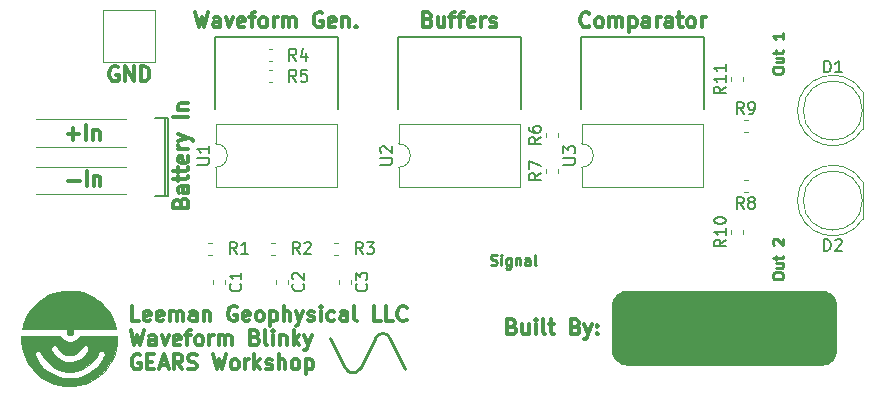
<source format=gbr>
%TF.GenerationSoftware,KiCad,Pcbnew,9.0.1*%
%TF.CreationDate,2025-05-15T12:04:48-05:00*%
%TF.ProjectId,Waveform_Blinky,57617665-666f-4726-9d5f-426c696e6b79,1.1*%
%TF.SameCoordinates,Original*%
%TF.FileFunction,Legend,Top*%
%TF.FilePolarity,Positive*%
%FSLAX46Y46*%
G04 Gerber Fmt 4.6, Leading zero omitted, Abs format (unit mm)*
G04 Created by KiCad (PCBNEW 9.0.1) date 2025-05-15 12:04:48*
%MOMM*%
%LPD*%
G01*
G04 APERTURE LIST*
%ADD10C,0.150000*%
%ADD11C,0.254000*%
%ADD12C,0.317500*%
%ADD13C,0.300000*%
%ADD14C,0.222250*%
%ADD15C,0.120000*%
%ADD16C,0.010000*%
G04 APERTURE END LIST*
D10*
X114935000Y-89027000D02*
X125349000Y-89027000D01*
X125349000Y-89027000D02*
X125349000Y-95123000D01*
X110744000Y-95885000D02*
X110744000Y-102489000D01*
X156337000Y-89027000D02*
X156337000Y-95123000D01*
D11*
X131064000Y-117094000D02*
X129794000Y-114554000D01*
D10*
X109855000Y-102489000D02*
X110998000Y-102489000D01*
X145923000Y-95123000D02*
X145923000Y-89027000D01*
D11*
X126007289Y-117042144D02*
X124737289Y-114502144D01*
D10*
X109855000Y-95885000D02*
X110998000Y-95885000D01*
X130429000Y-95123000D02*
X130429000Y-89027000D01*
X145923000Y-89027000D02*
X156337000Y-89027000D01*
X140843000Y-89027000D02*
X140843000Y-95123000D01*
D11*
X127254000Y-117094000D02*
X128524000Y-114554000D01*
X127254000Y-117094000D02*
G75*
G02*
X126007306Y-117042137I-611700J305900D01*
G01*
D10*
X110998000Y-95885000D02*
X110998000Y-102489000D01*
X114935000Y-95123000D02*
X114935000Y-89027000D01*
X130429000Y-89027000D02*
X140843000Y-89027000D01*
D11*
X128547288Y-114502144D02*
G75*
G02*
X129793999Y-114554000I611712J-305856D01*
G01*
D12*
X112046778Y-103051427D02*
X112107254Y-102869999D01*
X112107254Y-102869999D02*
X112167730Y-102809522D01*
X112167730Y-102809522D02*
X112288682Y-102749046D01*
X112288682Y-102749046D02*
X112470111Y-102749046D01*
X112470111Y-102749046D02*
X112591063Y-102809522D01*
X112591063Y-102809522D02*
X112651540Y-102869999D01*
X112651540Y-102869999D02*
X112712016Y-102990951D01*
X112712016Y-102990951D02*
X112712016Y-103474761D01*
X112712016Y-103474761D02*
X111442016Y-103474761D01*
X111442016Y-103474761D02*
X111442016Y-103051427D01*
X111442016Y-103051427D02*
X111502492Y-102930475D01*
X111502492Y-102930475D02*
X111562968Y-102869999D01*
X111562968Y-102869999D02*
X111683920Y-102809522D01*
X111683920Y-102809522D02*
X111804873Y-102809522D01*
X111804873Y-102809522D02*
X111925825Y-102869999D01*
X111925825Y-102869999D02*
X111986301Y-102930475D01*
X111986301Y-102930475D02*
X112046778Y-103051427D01*
X112046778Y-103051427D02*
X112046778Y-103474761D01*
X112712016Y-101660475D02*
X112046778Y-101660475D01*
X112046778Y-101660475D02*
X111925825Y-101720951D01*
X111925825Y-101720951D02*
X111865349Y-101841903D01*
X111865349Y-101841903D02*
X111865349Y-102083808D01*
X111865349Y-102083808D02*
X111925825Y-102204761D01*
X112651540Y-101660475D02*
X112712016Y-101781427D01*
X112712016Y-101781427D02*
X112712016Y-102083808D01*
X112712016Y-102083808D02*
X112651540Y-102204761D01*
X112651540Y-102204761D02*
X112530587Y-102265237D01*
X112530587Y-102265237D02*
X112409635Y-102265237D01*
X112409635Y-102265237D02*
X112288682Y-102204761D01*
X112288682Y-102204761D02*
X112228206Y-102083808D01*
X112228206Y-102083808D02*
X112228206Y-101781427D01*
X112228206Y-101781427D02*
X112167730Y-101660475D01*
X111865349Y-101237141D02*
X111865349Y-100753332D01*
X111442016Y-101055713D02*
X112530587Y-101055713D01*
X112530587Y-101055713D02*
X112651540Y-100995236D01*
X112651540Y-100995236D02*
X112712016Y-100874284D01*
X112712016Y-100874284D02*
X112712016Y-100753332D01*
X111865349Y-100511427D02*
X111865349Y-100027618D01*
X111442016Y-100329999D02*
X112530587Y-100329999D01*
X112530587Y-100329999D02*
X112651540Y-100269522D01*
X112651540Y-100269522D02*
X112712016Y-100148570D01*
X112712016Y-100148570D02*
X112712016Y-100027618D01*
X112651540Y-99120475D02*
X112712016Y-99241427D01*
X112712016Y-99241427D02*
X112712016Y-99483332D01*
X112712016Y-99483332D02*
X112651540Y-99604285D01*
X112651540Y-99604285D02*
X112530587Y-99664761D01*
X112530587Y-99664761D02*
X112046778Y-99664761D01*
X112046778Y-99664761D02*
X111925825Y-99604285D01*
X111925825Y-99604285D02*
X111865349Y-99483332D01*
X111865349Y-99483332D02*
X111865349Y-99241427D01*
X111865349Y-99241427D02*
X111925825Y-99120475D01*
X111925825Y-99120475D02*
X112046778Y-99059999D01*
X112046778Y-99059999D02*
X112167730Y-99059999D01*
X112167730Y-99059999D02*
X112288682Y-99664761D01*
X112712016Y-98515714D02*
X111865349Y-98515714D01*
X112107254Y-98515714D02*
X111986301Y-98455237D01*
X111986301Y-98455237D02*
X111925825Y-98394761D01*
X111925825Y-98394761D02*
X111865349Y-98273809D01*
X111865349Y-98273809D02*
X111865349Y-98152856D01*
X111865349Y-97850476D02*
X112712016Y-97548095D01*
X111865349Y-97245714D02*
X112712016Y-97548095D01*
X112712016Y-97548095D02*
X113014397Y-97669047D01*
X113014397Y-97669047D02*
X113074873Y-97729524D01*
X113074873Y-97729524D02*
X113135349Y-97850476D01*
X112712016Y-95794286D02*
X111442016Y-95794286D01*
X111865349Y-95189524D02*
X112712016Y-95189524D01*
X111986301Y-95189524D02*
X111925825Y-95129047D01*
X111925825Y-95129047D02*
X111865349Y-95008095D01*
X111865349Y-95008095D02*
X111865349Y-94826666D01*
X111865349Y-94826666D02*
X111925825Y-94705714D01*
X111925825Y-94705714D02*
X112046778Y-94645238D01*
X112046778Y-94645238D02*
X112712016Y-94645238D01*
X132975048Y-87535778D02*
X133156476Y-87596254D01*
X133156476Y-87596254D02*
X133216953Y-87656730D01*
X133216953Y-87656730D02*
X133277429Y-87777682D01*
X133277429Y-87777682D02*
X133277429Y-87959111D01*
X133277429Y-87959111D02*
X133216953Y-88080063D01*
X133216953Y-88080063D02*
X133156476Y-88140540D01*
X133156476Y-88140540D02*
X133035524Y-88201016D01*
X133035524Y-88201016D02*
X132551714Y-88201016D01*
X132551714Y-88201016D02*
X132551714Y-86931016D01*
X132551714Y-86931016D02*
X132975048Y-86931016D01*
X132975048Y-86931016D02*
X133096000Y-86991492D01*
X133096000Y-86991492D02*
X133156476Y-87051968D01*
X133156476Y-87051968D02*
X133216953Y-87172920D01*
X133216953Y-87172920D02*
X133216953Y-87293873D01*
X133216953Y-87293873D02*
X133156476Y-87414825D01*
X133156476Y-87414825D02*
X133096000Y-87475301D01*
X133096000Y-87475301D02*
X132975048Y-87535778D01*
X132975048Y-87535778D02*
X132551714Y-87535778D01*
X134366000Y-87354349D02*
X134366000Y-88201016D01*
X133821714Y-87354349D02*
X133821714Y-88019587D01*
X133821714Y-88019587D02*
X133882191Y-88140540D01*
X133882191Y-88140540D02*
X134003143Y-88201016D01*
X134003143Y-88201016D02*
X134184572Y-88201016D01*
X134184572Y-88201016D02*
X134305524Y-88140540D01*
X134305524Y-88140540D02*
X134366000Y-88080063D01*
X134789334Y-87354349D02*
X135273143Y-87354349D01*
X134970762Y-88201016D02*
X134970762Y-87112444D01*
X134970762Y-87112444D02*
X135031239Y-86991492D01*
X135031239Y-86991492D02*
X135152191Y-86931016D01*
X135152191Y-86931016D02*
X135273143Y-86931016D01*
X135515048Y-87354349D02*
X135998857Y-87354349D01*
X135696476Y-88201016D02*
X135696476Y-87112444D01*
X135696476Y-87112444D02*
X135756953Y-86991492D01*
X135756953Y-86991492D02*
X135877905Y-86931016D01*
X135877905Y-86931016D02*
X135998857Y-86931016D01*
X136906000Y-88140540D02*
X136785048Y-88201016D01*
X136785048Y-88201016D02*
X136543143Y-88201016D01*
X136543143Y-88201016D02*
X136422190Y-88140540D01*
X136422190Y-88140540D02*
X136361714Y-88019587D01*
X136361714Y-88019587D02*
X136361714Y-87535778D01*
X136361714Y-87535778D02*
X136422190Y-87414825D01*
X136422190Y-87414825D02*
X136543143Y-87354349D01*
X136543143Y-87354349D02*
X136785048Y-87354349D01*
X136785048Y-87354349D02*
X136906000Y-87414825D01*
X136906000Y-87414825D02*
X136966476Y-87535778D01*
X136966476Y-87535778D02*
X136966476Y-87656730D01*
X136966476Y-87656730D02*
X136361714Y-87777682D01*
X137510761Y-88201016D02*
X137510761Y-87354349D01*
X137510761Y-87596254D02*
X137571238Y-87475301D01*
X137571238Y-87475301D02*
X137631714Y-87414825D01*
X137631714Y-87414825D02*
X137752666Y-87354349D01*
X137752666Y-87354349D02*
X137873619Y-87354349D01*
X138236475Y-88140540D02*
X138357428Y-88201016D01*
X138357428Y-88201016D02*
X138599332Y-88201016D01*
X138599332Y-88201016D02*
X138720285Y-88140540D01*
X138720285Y-88140540D02*
X138780761Y-88019587D01*
X138780761Y-88019587D02*
X138780761Y-87959111D01*
X138780761Y-87959111D02*
X138720285Y-87838159D01*
X138720285Y-87838159D02*
X138599332Y-87777682D01*
X138599332Y-87777682D02*
X138417904Y-87777682D01*
X138417904Y-87777682D02*
X138296951Y-87717206D01*
X138296951Y-87717206D02*
X138236475Y-87596254D01*
X138236475Y-87596254D02*
X138236475Y-87535778D01*
X138236475Y-87535778D02*
X138296951Y-87414825D01*
X138296951Y-87414825D02*
X138417904Y-87354349D01*
X138417904Y-87354349D02*
X138599332Y-87354349D01*
X138599332Y-87354349D02*
X138720285Y-87414825D01*
D13*
X106728381Y-91564402D02*
X106607428Y-91503926D01*
X106607428Y-91503926D02*
X106426000Y-91503926D01*
X106426000Y-91503926D02*
X106244571Y-91564402D01*
X106244571Y-91564402D02*
X106123619Y-91685354D01*
X106123619Y-91685354D02*
X106063142Y-91806307D01*
X106063142Y-91806307D02*
X106002666Y-92048211D01*
X106002666Y-92048211D02*
X106002666Y-92229640D01*
X106002666Y-92229640D02*
X106063142Y-92471545D01*
X106063142Y-92471545D02*
X106123619Y-92592497D01*
X106123619Y-92592497D02*
X106244571Y-92713450D01*
X106244571Y-92713450D02*
X106426000Y-92773926D01*
X106426000Y-92773926D02*
X106546952Y-92773926D01*
X106546952Y-92773926D02*
X106728381Y-92713450D01*
X106728381Y-92713450D02*
X106788857Y-92652973D01*
X106788857Y-92652973D02*
X106788857Y-92229640D01*
X106788857Y-92229640D02*
X106546952Y-92229640D01*
X107333142Y-92773926D02*
X107333142Y-91503926D01*
X107333142Y-91503926D02*
X108058857Y-92773926D01*
X108058857Y-92773926D02*
X108058857Y-91503926D01*
X108663618Y-92773926D02*
X108663618Y-91503926D01*
X108663618Y-91503926D02*
X108965999Y-91503926D01*
X108965999Y-91503926D02*
X109147428Y-91564402D01*
X109147428Y-91564402D02*
X109268380Y-91685354D01*
X109268380Y-91685354D02*
X109328857Y-91806307D01*
X109328857Y-91806307D02*
X109389333Y-92048211D01*
X109389333Y-92048211D02*
X109389333Y-92229640D01*
X109389333Y-92229640D02*
X109328857Y-92471545D01*
X109328857Y-92471545D02*
X109268380Y-92592497D01*
X109268380Y-92592497D02*
X109147428Y-92713450D01*
X109147428Y-92713450D02*
X108965999Y-92773926D01*
X108965999Y-92773926D02*
X108663618Y-92773926D01*
D14*
X162197712Y-109325833D02*
X162197712Y-109156499D01*
X162197712Y-109156499D02*
X162240045Y-109071833D01*
X162240045Y-109071833D02*
X162324712Y-108987166D01*
X162324712Y-108987166D02*
X162494045Y-108944833D01*
X162494045Y-108944833D02*
X162790379Y-108944833D01*
X162790379Y-108944833D02*
X162959712Y-108987166D01*
X162959712Y-108987166D02*
X163044379Y-109071833D01*
X163044379Y-109071833D02*
X163086712Y-109156499D01*
X163086712Y-109156499D02*
X163086712Y-109325833D01*
X163086712Y-109325833D02*
X163044379Y-109410499D01*
X163044379Y-109410499D02*
X162959712Y-109495166D01*
X162959712Y-109495166D02*
X162790379Y-109537499D01*
X162790379Y-109537499D02*
X162494045Y-109537499D01*
X162494045Y-109537499D02*
X162324712Y-109495166D01*
X162324712Y-109495166D02*
X162240045Y-109410499D01*
X162240045Y-109410499D02*
X162197712Y-109325833D01*
X162494045Y-108182833D02*
X163086712Y-108182833D01*
X162494045Y-108563833D02*
X162959712Y-108563833D01*
X162959712Y-108563833D02*
X163044379Y-108521500D01*
X163044379Y-108521500D02*
X163086712Y-108436833D01*
X163086712Y-108436833D02*
X163086712Y-108309833D01*
X163086712Y-108309833D02*
X163044379Y-108225166D01*
X163044379Y-108225166D02*
X163002045Y-108182833D01*
X162494045Y-107886500D02*
X162494045Y-107547833D01*
X162197712Y-107759500D02*
X162959712Y-107759500D01*
X162959712Y-107759500D02*
X163044379Y-107717167D01*
X163044379Y-107717167D02*
X163086712Y-107632500D01*
X163086712Y-107632500D02*
X163086712Y-107547833D01*
X162282379Y-106616500D02*
X162240045Y-106574167D01*
X162240045Y-106574167D02*
X162197712Y-106489500D01*
X162197712Y-106489500D02*
X162197712Y-106277834D01*
X162197712Y-106277834D02*
X162240045Y-106193167D01*
X162240045Y-106193167D02*
X162282379Y-106150834D01*
X162282379Y-106150834D02*
X162367045Y-106108500D01*
X162367045Y-106108500D02*
X162451712Y-106108500D01*
X162451712Y-106108500D02*
X162578712Y-106150834D01*
X162578712Y-106150834D02*
X163086712Y-106658834D01*
X163086712Y-106658834D02*
X163086712Y-106108500D01*
D12*
X113277952Y-86931016D02*
X113580333Y-88201016D01*
X113580333Y-88201016D02*
X113822238Y-87293873D01*
X113822238Y-87293873D02*
X114064143Y-88201016D01*
X114064143Y-88201016D02*
X114366524Y-86931016D01*
X115394619Y-88201016D02*
X115394619Y-87535778D01*
X115394619Y-87535778D02*
X115334143Y-87414825D01*
X115334143Y-87414825D02*
X115213191Y-87354349D01*
X115213191Y-87354349D02*
X114971286Y-87354349D01*
X114971286Y-87354349D02*
X114850333Y-87414825D01*
X115394619Y-88140540D02*
X115273667Y-88201016D01*
X115273667Y-88201016D02*
X114971286Y-88201016D01*
X114971286Y-88201016D02*
X114850333Y-88140540D01*
X114850333Y-88140540D02*
X114789857Y-88019587D01*
X114789857Y-88019587D02*
X114789857Y-87898635D01*
X114789857Y-87898635D02*
X114850333Y-87777682D01*
X114850333Y-87777682D02*
X114971286Y-87717206D01*
X114971286Y-87717206D02*
X115273667Y-87717206D01*
X115273667Y-87717206D02*
X115394619Y-87656730D01*
X115878429Y-87354349D02*
X116180810Y-88201016D01*
X116180810Y-88201016D02*
X116483191Y-87354349D01*
X117450810Y-88140540D02*
X117329858Y-88201016D01*
X117329858Y-88201016D02*
X117087953Y-88201016D01*
X117087953Y-88201016D02*
X116967000Y-88140540D01*
X116967000Y-88140540D02*
X116906524Y-88019587D01*
X116906524Y-88019587D02*
X116906524Y-87535778D01*
X116906524Y-87535778D02*
X116967000Y-87414825D01*
X116967000Y-87414825D02*
X117087953Y-87354349D01*
X117087953Y-87354349D02*
X117329858Y-87354349D01*
X117329858Y-87354349D02*
X117450810Y-87414825D01*
X117450810Y-87414825D02*
X117511286Y-87535778D01*
X117511286Y-87535778D02*
X117511286Y-87656730D01*
X117511286Y-87656730D02*
X116906524Y-87777682D01*
X117874143Y-87354349D02*
X118357952Y-87354349D01*
X118055571Y-88201016D02*
X118055571Y-87112444D01*
X118055571Y-87112444D02*
X118116048Y-86991492D01*
X118116048Y-86991492D02*
X118237000Y-86931016D01*
X118237000Y-86931016D02*
X118357952Y-86931016D01*
X118962714Y-88201016D02*
X118841762Y-88140540D01*
X118841762Y-88140540D02*
X118781285Y-88080063D01*
X118781285Y-88080063D02*
X118720809Y-87959111D01*
X118720809Y-87959111D02*
X118720809Y-87596254D01*
X118720809Y-87596254D02*
X118781285Y-87475301D01*
X118781285Y-87475301D02*
X118841762Y-87414825D01*
X118841762Y-87414825D02*
X118962714Y-87354349D01*
X118962714Y-87354349D02*
X119144143Y-87354349D01*
X119144143Y-87354349D02*
X119265095Y-87414825D01*
X119265095Y-87414825D02*
X119325571Y-87475301D01*
X119325571Y-87475301D02*
X119386047Y-87596254D01*
X119386047Y-87596254D02*
X119386047Y-87959111D01*
X119386047Y-87959111D02*
X119325571Y-88080063D01*
X119325571Y-88080063D02*
X119265095Y-88140540D01*
X119265095Y-88140540D02*
X119144143Y-88201016D01*
X119144143Y-88201016D02*
X118962714Y-88201016D01*
X119930333Y-88201016D02*
X119930333Y-87354349D01*
X119930333Y-87596254D02*
X119990810Y-87475301D01*
X119990810Y-87475301D02*
X120051286Y-87414825D01*
X120051286Y-87414825D02*
X120172238Y-87354349D01*
X120172238Y-87354349D02*
X120293191Y-87354349D01*
X120716523Y-88201016D02*
X120716523Y-87354349D01*
X120716523Y-87475301D02*
X120777000Y-87414825D01*
X120777000Y-87414825D02*
X120897952Y-87354349D01*
X120897952Y-87354349D02*
X121079381Y-87354349D01*
X121079381Y-87354349D02*
X121200333Y-87414825D01*
X121200333Y-87414825D02*
X121260809Y-87535778D01*
X121260809Y-87535778D02*
X121260809Y-88201016D01*
X121260809Y-87535778D02*
X121321285Y-87414825D01*
X121321285Y-87414825D02*
X121442238Y-87354349D01*
X121442238Y-87354349D02*
X121623666Y-87354349D01*
X121623666Y-87354349D02*
X121744619Y-87414825D01*
X121744619Y-87414825D02*
X121805095Y-87535778D01*
X121805095Y-87535778D02*
X121805095Y-88201016D01*
X124042714Y-86991492D02*
X123921761Y-86931016D01*
X123921761Y-86931016D02*
X123740333Y-86931016D01*
X123740333Y-86931016D02*
X123558904Y-86991492D01*
X123558904Y-86991492D02*
X123437952Y-87112444D01*
X123437952Y-87112444D02*
X123377475Y-87233397D01*
X123377475Y-87233397D02*
X123316999Y-87475301D01*
X123316999Y-87475301D02*
X123316999Y-87656730D01*
X123316999Y-87656730D02*
X123377475Y-87898635D01*
X123377475Y-87898635D02*
X123437952Y-88019587D01*
X123437952Y-88019587D02*
X123558904Y-88140540D01*
X123558904Y-88140540D02*
X123740333Y-88201016D01*
X123740333Y-88201016D02*
X123861285Y-88201016D01*
X123861285Y-88201016D02*
X124042714Y-88140540D01*
X124042714Y-88140540D02*
X124103190Y-88080063D01*
X124103190Y-88080063D02*
X124103190Y-87656730D01*
X124103190Y-87656730D02*
X123861285Y-87656730D01*
X125131285Y-88140540D02*
X125010333Y-88201016D01*
X125010333Y-88201016D02*
X124768428Y-88201016D01*
X124768428Y-88201016D02*
X124647475Y-88140540D01*
X124647475Y-88140540D02*
X124586999Y-88019587D01*
X124586999Y-88019587D02*
X124586999Y-87535778D01*
X124586999Y-87535778D02*
X124647475Y-87414825D01*
X124647475Y-87414825D02*
X124768428Y-87354349D01*
X124768428Y-87354349D02*
X125010333Y-87354349D01*
X125010333Y-87354349D02*
X125131285Y-87414825D01*
X125131285Y-87414825D02*
X125191761Y-87535778D01*
X125191761Y-87535778D02*
X125191761Y-87656730D01*
X125191761Y-87656730D02*
X124586999Y-87777682D01*
X125736046Y-87354349D02*
X125736046Y-88201016D01*
X125736046Y-87475301D02*
X125796523Y-87414825D01*
X125796523Y-87414825D02*
X125917475Y-87354349D01*
X125917475Y-87354349D02*
X126098904Y-87354349D01*
X126098904Y-87354349D02*
X126219856Y-87414825D01*
X126219856Y-87414825D02*
X126280332Y-87535778D01*
X126280332Y-87535778D02*
X126280332Y-88201016D01*
X126885094Y-88080063D02*
X126945571Y-88140540D01*
X126945571Y-88140540D02*
X126885094Y-88201016D01*
X126885094Y-88201016D02*
X126824618Y-88140540D01*
X126824618Y-88140540D02*
X126885094Y-88080063D01*
X126885094Y-88080063D02*
X126885094Y-88201016D01*
D14*
X162197712Y-91926833D02*
X162197712Y-91757499D01*
X162197712Y-91757499D02*
X162240045Y-91672833D01*
X162240045Y-91672833D02*
X162324712Y-91588166D01*
X162324712Y-91588166D02*
X162494045Y-91545833D01*
X162494045Y-91545833D02*
X162790379Y-91545833D01*
X162790379Y-91545833D02*
X162959712Y-91588166D01*
X162959712Y-91588166D02*
X163044379Y-91672833D01*
X163044379Y-91672833D02*
X163086712Y-91757499D01*
X163086712Y-91757499D02*
X163086712Y-91926833D01*
X163086712Y-91926833D02*
X163044379Y-92011499D01*
X163044379Y-92011499D02*
X162959712Y-92096166D01*
X162959712Y-92096166D02*
X162790379Y-92138499D01*
X162790379Y-92138499D02*
X162494045Y-92138499D01*
X162494045Y-92138499D02*
X162324712Y-92096166D01*
X162324712Y-92096166D02*
X162240045Y-92011499D01*
X162240045Y-92011499D02*
X162197712Y-91926833D01*
X162494045Y-90783833D02*
X163086712Y-90783833D01*
X162494045Y-91164833D02*
X162959712Y-91164833D01*
X162959712Y-91164833D02*
X163044379Y-91122500D01*
X163044379Y-91122500D02*
X163086712Y-91037833D01*
X163086712Y-91037833D02*
X163086712Y-90910833D01*
X163086712Y-90910833D02*
X163044379Y-90826166D01*
X163044379Y-90826166D02*
X163002045Y-90783833D01*
X162494045Y-90487500D02*
X162494045Y-90148833D01*
X162197712Y-90360500D02*
X162959712Y-90360500D01*
X162959712Y-90360500D02*
X163044379Y-90318167D01*
X163044379Y-90318167D02*
X163086712Y-90233500D01*
X163086712Y-90233500D02*
X163086712Y-90148833D01*
X163086712Y-88709500D02*
X163086712Y-89217500D01*
X163086712Y-88963500D02*
X162197712Y-88963500D01*
X162197712Y-88963500D02*
X162324712Y-89048167D01*
X162324712Y-89048167D02*
X162409379Y-89132834D01*
X162409379Y-89132834D02*
X162451712Y-89217500D01*
D12*
X146654762Y-88080063D02*
X146594286Y-88140540D01*
X146594286Y-88140540D02*
X146412857Y-88201016D01*
X146412857Y-88201016D02*
X146291905Y-88201016D01*
X146291905Y-88201016D02*
X146110476Y-88140540D01*
X146110476Y-88140540D02*
X145989524Y-88019587D01*
X145989524Y-88019587D02*
X145929047Y-87898635D01*
X145929047Y-87898635D02*
X145868571Y-87656730D01*
X145868571Y-87656730D02*
X145868571Y-87475301D01*
X145868571Y-87475301D02*
X145929047Y-87233397D01*
X145929047Y-87233397D02*
X145989524Y-87112444D01*
X145989524Y-87112444D02*
X146110476Y-86991492D01*
X146110476Y-86991492D02*
X146291905Y-86931016D01*
X146291905Y-86931016D02*
X146412857Y-86931016D01*
X146412857Y-86931016D02*
X146594286Y-86991492D01*
X146594286Y-86991492D02*
X146654762Y-87051968D01*
X147380476Y-88201016D02*
X147259524Y-88140540D01*
X147259524Y-88140540D02*
X147199047Y-88080063D01*
X147199047Y-88080063D02*
X147138571Y-87959111D01*
X147138571Y-87959111D02*
X147138571Y-87596254D01*
X147138571Y-87596254D02*
X147199047Y-87475301D01*
X147199047Y-87475301D02*
X147259524Y-87414825D01*
X147259524Y-87414825D02*
X147380476Y-87354349D01*
X147380476Y-87354349D02*
X147561905Y-87354349D01*
X147561905Y-87354349D02*
X147682857Y-87414825D01*
X147682857Y-87414825D02*
X147743333Y-87475301D01*
X147743333Y-87475301D02*
X147803809Y-87596254D01*
X147803809Y-87596254D02*
X147803809Y-87959111D01*
X147803809Y-87959111D02*
X147743333Y-88080063D01*
X147743333Y-88080063D02*
X147682857Y-88140540D01*
X147682857Y-88140540D02*
X147561905Y-88201016D01*
X147561905Y-88201016D02*
X147380476Y-88201016D01*
X148348095Y-88201016D02*
X148348095Y-87354349D01*
X148348095Y-87475301D02*
X148408572Y-87414825D01*
X148408572Y-87414825D02*
X148529524Y-87354349D01*
X148529524Y-87354349D02*
X148710953Y-87354349D01*
X148710953Y-87354349D02*
X148831905Y-87414825D01*
X148831905Y-87414825D02*
X148892381Y-87535778D01*
X148892381Y-87535778D02*
X148892381Y-88201016D01*
X148892381Y-87535778D02*
X148952857Y-87414825D01*
X148952857Y-87414825D02*
X149073810Y-87354349D01*
X149073810Y-87354349D02*
X149255238Y-87354349D01*
X149255238Y-87354349D02*
X149376191Y-87414825D01*
X149376191Y-87414825D02*
X149436667Y-87535778D01*
X149436667Y-87535778D02*
X149436667Y-88201016D01*
X150041428Y-87354349D02*
X150041428Y-88624349D01*
X150041428Y-87414825D02*
X150162381Y-87354349D01*
X150162381Y-87354349D02*
X150404286Y-87354349D01*
X150404286Y-87354349D02*
X150525238Y-87414825D01*
X150525238Y-87414825D02*
X150585714Y-87475301D01*
X150585714Y-87475301D02*
X150646190Y-87596254D01*
X150646190Y-87596254D02*
X150646190Y-87959111D01*
X150646190Y-87959111D02*
X150585714Y-88080063D01*
X150585714Y-88080063D02*
X150525238Y-88140540D01*
X150525238Y-88140540D02*
X150404286Y-88201016D01*
X150404286Y-88201016D02*
X150162381Y-88201016D01*
X150162381Y-88201016D02*
X150041428Y-88140540D01*
X151734762Y-88201016D02*
X151734762Y-87535778D01*
X151734762Y-87535778D02*
X151674286Y-87414825D01*
X151674286Y-87414825D02*
X151553334Y-87354349D01*
X151553334Y-87354349D02*
X151311429Y-87354349D01*
X151311429Y-87354349D02*
X151190476Y-87414825D01*
X151734762Y-88140540D02*
X151613810Y-88201016D01*
X151613810Y-88201016D02*
X151311429Y-88201016D01*
X151311429Y-88201016D02*
X151190476Y-88140540D01*
X151190476Y-88140540D02*
X151130000Y-88019587D01*
X151130000Y-88019587D02*
X151130000Y-87898635D01*
X151130000Y-87898635D02*
X151190476Y-87777682D01*
X151190476Y-87777682D02*
X151311429Y-87717206D01*
X151311429Y-87717206D02*
X151613810Y-87717206D01*
X151613810Y-87717206D02*
X151734762Y-87656730D01*
X152339524Y-88201016D02*
X152339524Y-87354349D01*
X152339524Y-87596254D02*
X152400001Y-87475301D01*
X152400001Y-87475301D02*
X152460477Y-87414825D01*
X152460477Y-87414825D02*
X152581429Y-87354349D01*
X152581429Y-87354349D02*
X152702382Y-87354349D01*
X153670000Y-88201016D02*
X153670000Y-87535778D01*
X153670000Y-87535778D02*
X153609524Y-87414825D01*
X153609524Y-87414825D02*
X153488572Y-87354349D01*
X153488572Y-87354349D02*
X153246667Y-87354349D01*
X153246667Y-87354349D02*
X153125714Y-87414825D01*
X153670000Y-88140540D02*
X153549048Y-88201016D01*
X153549048Y-88201016D02*
X153246667Y-88201016D01*
X153246667Y-88201016D02*
X153125714Y-88140540D01*
X153125714Y-88140540D02*
X153065238Y-88019587D01*
X153065238Y-88019587D02*
X153065238Y-87898635D01*
X153065238Y-87898635D02*
X153125714Y-87777682D01*
X153125714Y-87777682D02*
X153246667Y-87717206D01*
X153246667Y-87717206D02*
X153549048Y-87717206D01*
X153549048Y-87717206D02*
X153670000Y-87656730D01*
X154093334Y-87354349D02*
X154577143Y-87354349D01*
X154274762Y-86931016D02*
X154274762Y-88019587D01*
X154274762Y-88019587D02*
X154335239Y-88140540D01*
X154335239Y-88140540D02*
X154456191Y-88201016D01*
X154456191Y-88201016D02*
X154577143Y-88201016D01*
X155181905Y-88201016D02*
X155060953Y-88140540D01*
X155060953Y-88140540D02*
X155000476Y-88080063D01*
X155000476Y-88080063D02*
X154940000Y-87959111D01*
X154940000Y-87959111D02*
X154940000Y-87596254D01*
X154940000Y-87596254D02*
X155000476Y-87475301D01*
X155000476Y-87475301D02*
X155060953Y-87414825D01*
X155060953Y-87414825D02*
X155181905Y-87354349D01*
X155181905Y-87354349D02*
X155363334Y-87354349D01*
X155363334Y-87354349D02*
X155484286Y-87414825D01*
X155484286Y-87414825D02*
X155544762Y-87475301D01*
X155544762Y-87475301D02*
X155605238Y-87596254D01*
X155605238Y-87596254D02*
X155605238Y-87959111D01*
X155605238Y-87959111D02*
X155544762Y-88080063D01*
X155544762Y-88080063D02*
X155484286Y-88140540D01*
X155484286Y-88140540D02*
X155363334Y-88201016D01*
X155363334Y-88201016D02*
X155181905Y-88201016D01*
X156149524Y-88201016D02*
X156149524Y-87354349D01*
X156149524Y-87596254D02*
X156210001Y-87475301D01*
X156210001Y-87475301D02*
X156270477Y-87414825D01*
X156270477Y-87414825D02*
X156391429Y-87354349D01*
X156391429Y-87354349D02*
X156512382Y-87354349D01*
X140125111Y-113536709D02*
X140306539Y-113597185D01*
X140306539Y-113597185D02*
X140367016Y-113657661D01*
X140367016Y-113657661D02*
X140427492Y-113778613D01*
X140427492Y-113778613D02*
X140427492Y-113960042D01*
X140427492Y-113960042D02*
X140367016Y-114080994D01*
X140367016Y-114080994D02*
X140306539Y-114141471D01*
X140306539Y-114141471D02*
X140185587Y-114201947D01*
X140185587Y-114201947D02*
X139701777Y-114201947D01*
X139701777Y-114201947D02*
X139701777Y-112931947D01*
X139701777Y-112931947D02*
X140125111Y-112931947D01*
X140125111Y-112931947D02*
X140246063Y-112992423D01*
X140246063Y-112992423D02*
X140306539Y-113052899D01*
X140306539Y-113052899D02*
X140367016Y-113173851D01*
X140367016Y-113173851D02*
X140367016Y-113294804D01*
X140367016Y-113294804D02*
X140306539Y-113415756D01*
X140306539Y-113415756D02*
X140246063Y-113476232D01*
X140246063Y-113476232D02*
X140125111Y-113536709D01*
X140125111Y-113536709D02*
X139701777Y-113536709D01*
X141516063Y-113355280D02*
X141516063Y-114201947D01*
X140971777Y-113355280D02*
X140971777Y-114020518D01*
X140971777Y-114020518D02*
X141032254Y-114141471D01*
X141032254Y-114141471D02*
X141153206Y-114201947D01*
X141153206Y-114201947D02*
X141334635Y-114201947D01*
X141334635Y-114201947D02*
X141455587Y-114141471D01*
X141455587Y-114141471D02*
X141516063Y-114080994D01*
X142120825Y-114201947D02*
X142120825Y-113355280D01*
X142120825Y-112931947D02*
X142060349Y-112992423D01*
X142060349Y-112992423D02*
X142120825Y-113052899D01*
X142120825Y-113052899D02*
X142181302Y-112992423D01*
X142181302Y-112992423D02*
X142120825Y-112931947D01*
X142120825Y-112931947D02*
X142120825Y-113052899D01*
X142907016Y-114201947D02*
X142786064Y-114141471D01*
X142786064Y-114141471D02*
X142725587Y-114020518D01*
X142725587Y-114020518D02*
X142725587Y-112931947D01*
X143209397Y-113355280D02*
X143693206Y-113355280D01*
X143390825Y-112931947D02*
X143390825Y-114020518D01*
X143390825Y-114020518D02*
X143451302Y-114141471D01*
X143451302Y-114141471D02*
X143572254Y-114201947D01*
X143572254Y-114201947D02*
X143693206Y-114201947D01*
X145507492Y-113536709D02*
X145688920Y-113597185D01*
X145688920Y-113597185D02*
X145749397Y-113657661D01*
X145749397Y-113657661D02*
X145809873Y-113778613D01*
X145809873Y-113778613D02*
X145809873Y-113960042D01*
X145809873Y-113960042D02*
X145749397Y-114080994D01*
X145749397Y-114080994D02*
X145688920Y-114141471D01*
X145688920Y-114141471D02*
X145567968Y-114201947D01*
X145567968Y-114201947D02*
X145084158Y-114201947D01*
X145084158Y-114201947D02*
X145084158Y-112931947D01*
X145084158Y-112931947D02*
X145507492Y-112931947D01*
X145507492Y-112931947D02*
X145628444Y-112992423D01*
X145628444Y-112992423D02*
X145688920Y-113052899D01*
X145688920Y-113052899D02*
X145749397Y-113173851D01*
X145749397Y-113173851D02*
X145749397Y-113294804D01*
X145749397Y-113294804D02*
X145688920Y-113415756D01*
X145688920Y-113415756D02*
X145628444Y-113476232D01*
X145628444Y-113476232D02*
X145507492Y-113536709D01*
X145507492Y-113536709D02*
X145084158Y-113536709D01*
X146233206Y-113355280D02*
X146535587Y-114201947D01*
X146837968Y-113355280D02*
X146535587Y-114201947D01*
X146535587Y-114201947D02*
X146414635Y-114504328D01*
X146414635Y-114504328D02*
X146354158Y-114564804D01*
X146354158Y-114564804D02*
X146233206Y-114625280D01*
X147321777Y-114080994D02*
X147382254Y-114141471D01*
X147382254Y-114141471D02*
X147321777Y-114201947D01*
X147321777Y-114201947D02*
X147261301Y-114141471D01*
X147261301Y-114141471D02*
X147321777Y-114080994D01*
X147321777Y-114080994D02*
X147321777Y-114201947D01*
X147321777Y-113415756D02*
X147382254Y-113476232D01*
X147382254Y-113476232D02*
X147321777Y-113536709D01*
X147321777Y-113536709D02*
X147261301Y-113476232D01*
X147261301Y-113476232D02*
X147321777Y-113415756D01*
X147321777Y-113415756D02*
X147321777Y-113536709D01*
D14*
X138303000Y-108307379D02*
X138430000Y-108349712D01*
X138430000Y-108349712D02*
X138641667Y-108349712D01*
X138641667Y-108349712D02*
X138726333Y-108307379D01*
X138726333Y-108307379D02*
X138768667Y-108265045D01*
X138768667Y-108265045D02*
X138811000Y-108180379D01*
X138811000Y-108180379D02*
X138811000Y-108095712D01*
X138811000Y-108095712D02*
X138768667Y-108011045D01*
X138768667Y-108011045D02*
X138726333Y-107968712D01*
X138726333Y-107968712D02*
X138641667Y-107926379D01*
X138641667Y-107926379D02*
X138472333Y-107884045D01*
X138472333Y-107884045D02*
X138387667Y-107841712D01*
X138387667Y-107841712D02*
X138345333Y-107799379D01*
X138345333Y-107799379D02*
X138303000Y-107714712D01*
X138303000Y-107714712D02*
X138303000Y-107630045D01*
X138303000Y-107630045D02*
X138345333Y-107545379D01*
X138345333Y-107545379D02*
X138387667Y-107503045D01*
X138387667Y-107503045D02*
X138472333Y-107460712D01*
X138472333Y-107460712D02*
X138684000Y-107460712D01*
X138684000Y-107460712D02*
X138811000Y-107503045D01*
X139192000Y-108349712D02*
X139192000Y-107757045D01*
X139192000Y-107460712D02*
X139149667Y-107503045D01*
X139149667Y-107503045D02*
X139192000Y-107545379D01*
X139192000Y-107545379D02*
X139234334Y-107503045D01*
X139234334Y-107503045D02*
X139192000Y-107460712D01*
X139192000Y-107460712D02*
X139192000Y-107545379D01*
X139996333Y-107757045D02*
X139996333Y-108476712D01*
X139996333Y-108476712D02*
X139954000Y-108561379D01*
X139954000Y-108561379D02*
X139911667Y-108603712D01*
X139911667Y-108603712D02*
X139827000Y-108646045D01*
X139827000Y-108646045D02*
X139700000Y-108646045D01*
X139700000Y-108646045D02*
X139615333Y-108603712D01*
X139996333Y-108307379D02*
X139911667Y-108349712D01*
X139911667Y-108349712D02*
X139742333Y-108349712D01*
X139742333Y-108349712D02*
X139657667Y-108307379D01*
X139657667Y-108307379D02*
X139615333Y-108265045D01*
X139615333Y-108265045D02*
X139573000Y-108180379D01*
X139573000Y-108180379D02*
X139573000Y-107926379D01*
X139573000Y-107926379D02*
X139615333Y-107841712D01*
X139615333Y-107841712D02*
X139657667Y-107799379D01*
X139657667Y-107799379D02*
X139742333Y-107757045D01*
X139742333Y-107757045D02*
X139911667Y-107757045D01*
X139911667Y-107757045D02*
X139996333Y-107799379D01*
X140419666Y-107757045D02*
X140419666Y-108349712D01*
X140419666Y-107841712D02*
X140462000Y-107799379D01*
X140462000Y-107799379D02*
X140546666Y-107757045D01*
X140546666Y-107757045D02*
X140673666Y-107757045D01*
X140673666Y-107757045D02*
X140758333Y-107799379D01*
X140758333Y-107799379D02*
X140800666Y-107884045D01*
X140800666Y-107884045D02*
X140800666Y-108349712D01*
X141604999Y-108349712D02*
X141604999Y-107884045D01*
X141604999Y-107884045D02*
X141562666Y-107799379D01*
X141562666Y-107799379D02*
X141477999Y-107757045D01*
X141477999Y-107757045D02*
X141308666Y-107757045D01*
X141308666Y-107757045D02*
X141223999Y-107799379D01*
X141604999Y-108307379D02*
X141520333Y-108349712D01*
X141520333Y-108349712D02*
X141308666Y-108349712D01*
X141308666Y-108349712D02*
X141223999Y-108307379D01*
X141223999Y-108307379D02*
X141181666Y-108222712D01*
X141181666Y-108222712D02*
X141181666Y-108138045D01*
X141181666Y-108138045D02*
X141223999Y-108053379D01*
X141223999Y-108053379D02*
X141308666Y-108011045D01*
X141308666Y-108011045D02*
X141520333Y-108011045D01*
X141520333Y-108011045D02*
X141604999Y-107968712D01*
X142155332Y-108349712D02*
X142070666Y-108307379D01*
X142070666Y-108307379D02*
X142028332Y-108222712D01*
X142028332Y-108222712D02*
X142028332Y-107460712D01*
D12*
X102471493Y-97250763D02*
X103439113Y-97250763D01*
X102955303Y-97734573D02*
X102955303Y-96766954D01*
X104043874Y-97734573D02*
X104043874Y-96464573D01*
X104648636Y-96887906D02*
X104648636Y-97734573D01*
X104648636Y-97008858D02*
X104709113Y-96948382D01*
X104709113Y-96948382D02*
X104830065Y-96887906D01*
X104830065Y-96887906D02*
X105011494Y-96887906D01*
X105011494Y-96887906D02*
X105132446Y-96948382D01*
X105132446Y-96948382D02*
X105192922Y-97069335D01*
X105192922Y-97069335D02*
X105192922Y-97734573D01*
X108558023Y-113080387D02*
X107953261Y-113080387D01*
X107953261Y-113080387D02*
X107953261Y-111810387D01*
X109465166Y-113019911D02*
X109344214Y-113080387D01*
X109344214Y-113080387D02*
X109102309Y-113080387D01*
X109102309Y-113080387D02*
X108981356Y-113019911D01*
X108981356Y-113019911D02*
X108920880Y-112898958D01*
X108920880Y-112898958D02*
X108920880Y-112415149D01*
X108920880Y-112415149D02*
X108981356Y-112294196D01*
X108981356Y-112294196D02*
X109102309Y-112233720D01*
X109102309Y-112233720D02*
X109344214Y-112233720D01*
X109344214Y-112233720D02*
X109465166Y-112294196D01*
X109465166Y-112294196D02*
X109525642Y-112415149D01*
X109525642Y-112415149D02*
X109525642Y-112536101D01*
X109525642Y-112536101D02*
X108920880Y-112657053D01*
X110553737Y-113019911D02*
X110432785Y-113080387D01*
X110432785Y-113080387D02*
X110190880Y-113080387D01*
X110190880Y-113080387D02*
X110069927Y-113019911D01*
X110069927Y-113019911D02*
X110009451Y-112898958D01*
X110009451Y-112898958D02*
X110009451Y-112415149D01*
X110009451Y-112415149D02*
X110069927Y-112294196D01*
X110069927Y-112294196D02*
X110190880Y-112233720D01*
X110190880Y-112233720D02*
X110432785Y-112233720D01*
X110432785Y-112233720D02*
X110553737Y-112294196D01*
X110553737Y-112294196D02*
X110614213Y-112415149D01*
X110614213Y-112415149D02*
X110614213Y-112536101D01*
X110614213Y-112536101D02*
X110009451Y-112657053D01*
X111158498Y-113080387D02*
X111158498Y-112233720D01*
X111158498Y-112354672D02*
X111218975Y-112294196D01*
X111218975Y-112294196D02*
X111339927Y-112233720D01*
X111339927Y-112233720D02*
X111521356Y-112233720D01*
X111521356Y-112233720D02*
X111642308Y-112294196D01*
X111642308Y-112294196D02*
X111702784Y-112415149D01*
X111702784Y-112415149D02*
X111702784Y-113080387D01*
X111702784Y-112415149D02*
X111763260Y-112294196D01*
X111763260Y-112294196D02*
X111884213Y-112233720D01*
X111884213Y-112233720D02*
X112065641Y-112233720D01*
X112065641Y-112233720D02*
X112186594Y-112294196D01*
X112186594Y-112294196D02*
X112247070Y-112415149D01*
X112247070Y-112415149D02*
X112247070Y-113080387D01*
X113396117Y-113080387D02*
X113396117Y-112415149D01*
X113396117Y-112415149D02*
X113335641Y-112294196D01*
X113335641Y-112294196D02*
X113214689Y-112233720D01*
X113214689Y-112233720D02*
X112972784Y-112233720D01*
X112972784Y-112233720D02*
X112851831Y-112294196D01*
X113396117Y-113019911D02*
X113275165Y-113080387D01*
X113275165Y-113080387D02*
X112972784Y-113080387D01*
X112972784Y-113080387D02*
X112851831Y-113019911D01*
X112851831Y-113019911D02*
X112791355Y-112898958D01*
X112791355Y-112898958D02*
X112791355Y-112778006D01*
X112791355Y-112778006D02*
X112851831Y-112657053D01*
X112851831Y-112657053D02*
X112972784Y-112596577D01*
X112972784Y-112596577D02*
X113275165Y-112596577D01*
X113275165Y-112596577D02*
X113396117Y-112536101D01*
X114000879Y-112233720D02*
X114000879Y-113080387D01*
X114000879Y-112354672D02*
X114061356Y-112294196D01*
X114061356Y-112294196D02*
X114182308Y-112233720D01*
X114182308Y-112233720D02*
X114363737Y-112233720D01*
X114363737Y-112233720D02*
X114484689Y-112294196D01*
X114484689Y-112294196D02*
X114545165Y-112415149D01*
X114545165Y-112415149D02*
X114545165Y-113080387D01*
X116782785Y-111870863D02*
X116661832Y-111810387D01*
X116661832Y-111810387D02*
X116480404Y-111810387D01*
X116480404Y-111810387D02*
X116298975Y-111870863D01*
X116298975Y-111870863D02*
X116178023Y-111991815D01*
X116178023Y-111991815D02*
X116117546Y-112112768D01*
X116117546Y-112112768D02*
X116057070Y-112354672D01*
X116057070Y-112354672D02*
X116057070Y-112536101D01*
X116057070Y-112536101D02*
X116117546Y-112778006D01*
X116117546Y-112778006D02*
X116178023Y-112898958D01*
X116178023Y-112898958D02*
X116298975Y-113019911D01*
X116298975Y-113019911D02*
X116480404Y-113080387D01*
X116480404Y-113080387D02*
X116601356Y-113080387D01*
X116601356Y-113080387D02*
X116782785Y-113019911D01*
X116782785Y-113019911D02*
X116843261Y-112959434D01*
X116843261Y-112959434D02*
X116843261Y-112536101D01*
X116843261Y-112536101D02*
X116601356Y-112536101D01*
X117871356Y-113019911D02*
X117750404Y-113080387D01*
X117750404Y-113080387D02*
X117508499Y-113080387D01*
X117508499Y-113080387D02*
X117387546Y-113019911D01*
X117387546Y-113019911D02*
X117327070Y-112898958D01*
X117327070Y-112898958D02*
X117327070Y-112415149D01*
X117327070Y-112415149D02*
X117387546Y-112294196D01*
X117387546Y-112294196D02*
X117508499Y-112233720D01*
X117508499Y-112233720D02*
X117750404Y-112233720D01*
X117750404Y-112233720D02*
X117871356Y-112294196D01*
X117871356Y-112294196D02*
X117931832Y-112415149D01*
X117931832Y-112415149D02*
X117931832Y-112536101D01*
X117931832Y-112536101D02*
X117327070Y-112657053D01*
X118657546Y-113080387D02*
X118536594Y-113019911D01*
X118536594Y-113019911D02*
X118476117Y-112959434D01*
X118476117Y-112959434D02*
X118415641Y-112838482D01*
X118415641Y-112838482D02*
X118415641Y-112475625D01*
X118415641Y-112475625D02*
X118476117Y-112354672D01*
X118476117Y-112354672D02*
X118536594Y-112294196D01*
X118536594Y-112294196D02*
X118657546Y-112233720D01*
X118657546Y-112233720D02*
X118838975Y-112233720D01*
X118838975Y-112233720D02*
X118959927Y-112294196D01*
X118959927Y-112294196D02*
X119020403Y-112354672D01*
X119020403Y-112354672D02*
X119080879Y-112475625D01*
X119080879Y-112475625D02*
X119080879Y-112838482D01*
X119080879Y-112838482D02*
X119020403Y-112959434D01*
X119020403Y-112959434D02*
X118959927Y-113019911D01*
X118959927Y-113019911D02*
X118838975Y-113080387D01*
X118838975Y-113080387D02*
X118657546Y-113080387D01*
X119625165Y-112233720D02*
X119625165Y-113503720D01*
X119625165Y-112294196D02*
X119746118Y-112233720D01*
X119746118Y-112233720D02*
X119988023Y-112233720D01*
X119988023Y-112233720D02*
X120108975Y-112294196D01*
X120108975Y-112294196D02*
X120169451Y-112354672D01*
X120169451Y-112354672D02*
X120229927Y-112475625D01*
X120229927Y-112475625D02*
X120229927Y-112838482D01*
X120229927Y-112838482D02*
X120169451Y-112959434D01*
X120169451Y-112959434D02*
X120108975Y-113019911D01*
X120108975Y-113019911D02*
X119988023Y-113080387D01*
X119988023Y-113080387D02*
X119746118Y-113080387D01*
X119746118Y-113080387D02*
X119625165Y-113019911D01*
X120774213Y-113080387D02*
X120774213Y-111810387D01*
X121318499Y-113080387D02*
X121318499Y-112415149D01*
X121318499Y-112415149D02*
X121258023Y-112294196D01*
X121258023Y-112294196D02*
X121137071Y-112233720D01*
X121137071Y-112233720D02*
X120955642Y-112233720D01*
X120955642Y-112233720D02*
X120834690Y-112294196D01*
X120834690Y-112294196D02*
X120774213Y-112354672D01*
X121802309Y-112233720D02*
X122104690Y-113080387D01*
X122407071Y-112233720D02*
X122104690Y-113080387D01*
X122104690Y-113080387D02*
X121983738Y-113382768D01*
X121983738Y-113382768D02*
X121923261Y-113443244D01*
X121923261Y-113443244D02*
X121802309Y-113503720D01*
X122830404Y-113019911D02*
X122951357Y-113080387D01*
X122951357Y-113080387D02*
X123193261Y-113080387D01*
X123193261Y-113080387D02*
X123314214Y-113019911D01*
X123314214Y-113019911D02*
X123374690Y-112898958D01*
X123374690Y-112898958D02*
X123374690Y-112838482D01*
X123374690Y-112838482D02*
X123314214Y-112717530D01*
X123314214Y-112717530D02*
X123193261Y-112657053D01*
X123193261Y-112657053D02*
X123011833Y-112657053D01*
X123011833Y-112657053D02*
X122890880Y-112596577D01*
X122890880Y-112596577D02*
X122830404Y-112475625D01*
X122830404Y-112475625D02*
X122830404Y-112415149D01*
X122830404Y-112415149D02*
X122890880Y-112294196D01*
X122890880Y-112294196D02*
X123011833Y-112233720D01*
X123011833Y-112233720D02*
X123193261Y-112233720D01*
X123193261Y-112233720D02*
X123314214Y-112294196D01*
X123918975Y-113080387D02*
X123918975Y-112233720D01*
X123918975Y-111810387D02*
X123858499Y-111870863D01*
X123858499Y-111870863D02*
X123918975Y-111931339D01*
X123918975Y-111931339D02*
X123979452Y-111870863D01*
X123979452Y-111870863D02*
X123918975Y-111810387D01*
X123918975Y-111810387D02*
X123918975Y-111931339D01*
X125068023Y-113019911D02*
X124947071Y-113080387D01*
X124947071Y-113080387D02*
X124705166Y-113080387D01*
X124705166Y-113080387D02*
X124584214Y-113019911D01*
X124584214Y-113019911D02*
X124523737Y-112959434D01*
X124523737Y-112959434D02*
X124463261Y-112838482D01*
X124463261Y-112838482D02*
X124463261Y-112475625D01*
X124463261Y-112475625D02*
X124523737Y-112354672D01*
X124523737Y-112354672D02*
X124584214Y-112294196D01*
X124584214Y-112294196D02*
X124705166Y-112233720D01*
X124705166Y-112233720D02*
X124947071Y-112233720D01*
X124947071Y-112233720D02*
X125068023Y-112294196D01*
X126156594Y-113080387D02*
X126156594Y-112415149D01*
X126156594Y-112415149D02*
X126096118Y-112294196D01*
X126096118Y-112294196D02*
X125975166Y-112233720D01*
X125975166Y-112233720D02*
X125733261Y-112233720D01*
X125733261Y-112233720D02*
X125612308Y-112294196D01*
X126156594Y-113019911D02*
X126035642Y-113080387D01*
X126035642Y-113080387D02*
X125733261Y-113080387D01*
X125733261Y-113080387D02*
X125612308Y-113019911D01*
X125612308Y-113019911D02*
X125551832Y-112898958D01*
X125551832Y-112898958D02*
X125551832Y-112778006D01*
X125551832Y-112778006D02*
X125612308Y-112657053D01*
X125612308Y-112657053D02*
X125733261Y-112596577D01*
X125733261Y-112596577D02*
X126035642Y-112596577D01*
X126035642Y-112596577D02*
X126156594Y-112536101D01*
X126942785Y-113080387D02*
X126821833Y-113019911D01*
X126821833Y-113019911D02*
X126761356Y-112898958D01*
X126761356Y-112898958D02*
X126761356Y-111810387D01*
X128998975Y-113080387D02*
X128394213Y-113080387D01*
X128394213Y-113080387D02*
X128394213Y-111810387D01*
X130027070Y-113080387D02*
X129422308Y-113080387D01*
X129422308Y-113080387D02*
X129422308Y-111810387D01*
X131176118Y-112959434D02*
X131115642Y-113019911D01*
X131115642Y-113019911D02*
X130934213Y-113080387D01*
X130934213Y-113080387D02*
X130813261Y-113080387D01*
X130813261Y-113080387D02*
X130631832Y-113019911D01*
X130631832Y-113019911D02*
X130510880Y-112898958D01*
X130510880Y-112898958D02*
X130450403Y-112778006D01*
X130450403Y-112778006D02*
X130389927Y-112536101D01*
X130389927Y-112536101D02*
X130389927Y-112354672D01*
X130389927Y-112354672D02*
X130450403Y-112112768D01*
X130450403Y-112112768D02*
X130510880Y-111991815D01*
X130510880Y-111991815D02*
X130631832Y-111870863D01*
X130631832Y-111870863D02*
X130813261Y-111810387D01*
X130813261Y-111810387D02*
X130934213Y-111810387D01*
X130934213Y-111810387D02*
X131115642Y-111870863D01*
X131115642Y-111870863D02*
X131176118Y-111931339D01*
X107832309Y-113855016D02*
X108134690Y-115125016D01*
X108134690Y-115125016D02*
X108376595Y-114217873D01*
X108376595Y-114217873D02*
X108618500Y-115125016D01*
X108618500Y-115125016D02*
X108920881Y-113855016D01*
X109948976Y-115125016D02*
X109948976Y-114459778D01*
X109948976Y-114459778D02*
X109888500Y-114338825D01*
X109888500Y-114338825D02*
X109767548Y-114278349D01*
X109767548Y-114278349D02*
X109525643Y-114278349D01*
X109525643Y-114278349D02*
X109404690Y-114338825D01*
X109948976Y-115064540D02*
X109828024Y-115125016D01*
X109828024Y-115125016D02*
X109525643Y-115125016D01*
X109525643Y-115125016D02*
X109404690Y-115064540D01*
X109404690Y-115064540D02*
X109344214Y-114943587D01*
X109344214Y-114943587D02*
X109344214Y-114822635D01*
X109344214Y-114822635D02*
X109404690Y-114701682D01*
X109404690Y-114701682D02*
X109525643Y-114641206D01*
X109525643Y-114641206D02*
X109828024Y-114641206D01*
X109828024Y-114641206D02*
X109948976Y-114580730D01*
X110432786Y-114278349D02*
X110735167Y-115125016D01*
X110735167Y-115125016D02*
X111037548Y-114278349D01*
X112005167Y-115064540D02*
X111884215Y-115125016D01*
X111884215Y-115125016D02*
X111642310Y-115125016D01*
X111642310Y-115125016D02*
X111521357Y-115064540D01*
X111521357Y-115064540D02*
X111460881Y-114943587D01*
X111460881Y-114943587D02*
X111460881Y-114459778D01*
X111460881Y-114459778D02*
X111521357Y-114338825D01*
X111521357Y-114338825D02*
X111642310Y-114278349D01*
X111642310Y-114278349D02*
X111884215Y-114278349D01*
X111884215Y-114278349D02*
X112005167Y-114338825D01*
X112005167Y-114338825D02*
X112065643Y-114459778D01*
X112065643Y-114459778D02*
X112065643Y-114580730D01*
X112065643Y-114580730D02*
X111460881Y-114701682D01*
X112428500Y-114278349D02*
X112912309Y-114278349D01*
X112609928Y-115125016D02*
X112609928Y-114036444D01*
X112609928Y-114036444D02*
X112670405Y-113915492D01*
X112670405Y-113915492D02*
X112791357Y-113855016D01*
X112791357Y-113855016D02*
X112912309Y-113855016D01*
X113517071Y-115125016D02*
X113396119Y-115064540D01*
X113396119Y-115064540D02*
X113335642Y-115004063D01*
X113335642Y-115004063D02*
X113275166Y-114883111D01*
X113275166Y-114883111D02*
X113275166Y-114520254D01*
X113275166Y-114520254D02*
X113335642Y-114399301D01*
X113335642Y-114399301D02*
X113396119Y-114338825D01*
X113396119Y-114338825D02*
X113517071Y-114278349D01*
X113517071Y-114278349D02*
X113698500Y-114278349D01*
X113698500Y-114278349D02*
X113819452Y-114338825D01*
X113819452Y-114338825D02*
X113879928Y-114399301D01*
X113879928Y-114399301D02*
X113940404Y-114520254D01*
X113940404Y-114520254D02*
X113940404Y-114883111D01*
X113940404Y-114883111D02*
X113879928Y-115004063D01*
X113879928Y-115004063D02*
X113819452Y-115064540D01*
X113819452Y-115064540D02*
X113698500Y-115125016D01*
X113698500Y-115125016D02*
X113517071Y-115125016D01*
X114484690Y-115125016D02*
X114484690Y-114278349D01*
X114484690Y-114520254D02*
X114545167Y-114399301D01*
X114545167Y-114399301D02*
X114605643Y-114338825D01*
X114605643Y-114338825D02*
X114726595Y-114278349D01*
X114726595Y-114278349D02*
X114847548Y-114278349D01*
X115270880Y-115125016D02*
X115270880Y-114278349D01*
X115270880Y-114399301D02*
X115331357Y-114338825D01*
X115331357Y-114338825D02*
X115452309Y-114278349D01*
X115452309Y-114278349D02*
X115633738Y-114278349D01*
X115633738Y-114278349D02*
X115754690Y-114338825D01*
X115754690Y-114338825D02*
X115815166Y-114459778D01*
X115815166Y-114459778D02*
X115815166Y-115125016D01*
X115815166Y-114459778D02*
X115875642Y-114338825D01*
X115875642Y-114338825D02*
X115996595Y-114278349D01*
X115996595Y-114278349D02*
X116178023Y-114278349D01*
X116178023Y-114278349D02*
X116298976Y-114338825D01*
X116298976Y-114338825D02*
X116359452Y-114459778D01*
X116359452Y-114459778D02*
X116359452Y-115125016D01*
X118355166Y-114459778D02*
X118536594Y-114520254D01*
X118536594Y-114520254D02*
X118597071Y-114580730D01*
X118597071Y-114580730D02*
X118657547Y-114701682D01*
X118657547Y-114701682D02*
X118657547Y-114883111D01*
X118657547Y-114883111D02*
X118597071Y-115004063D01*
X118597071Y-115004063D02*
X118536594Y-115064540D01*
X118536594Y-115064540D02*
X118415642Y-115125016D01*
X118415642Y-115125016D02*
X117931832Y-115125016D01*
X117931832Y-115125016D02*
X117931832Y-113855016D01*
X117931832Y-113855016D02*
X118355166Y-113855016D01*
X118355166Y-113855016D02*
X118476118Y-113915492D01*
X118476118Y-113915492D02*
X118536594Y-113975968D01*
X118536594Y-113975968D02*
X118597071Y-114096920D01*
X118597071Y-114096920D02*
X118597071Y-114217873D01*
X118597071Y-114217873D02*
X118536594Y-114338825D01*
X118536594Y-114338825D02*
X118476118Y-114399301D01*
X118476118Y-114399301D02*
X118355166Y-114459778D01*
X118355166Y-114459778D02*
X117931832Y-114459778D01*
X119383261Y-115125016D02*
X119262309Y-115064540D01*
X119262309Y-115064540D02*
X119201832Y-114943587D01*
X119201832Y-114943587D02*
X119201832Y-113855016D01*
X119867070Y-115125016D02*
X119867070Y-114278349D01*
X119867070Y-113855016D02*
X119806594Y-113915492D01*
X119806594Y-113915492D02*
X119867070Y-113975968D01*
X119867070Y-113975968D02*
X119927547Y-113915492D01*
X119927547Y-113915492D02*
X119867070Y-113855016D01*
X119867070Y-113855016D02*
X119867070Y-113975968D01*
X120471832Y-114278349D02*
X120471832Y-115125016D01*
X120471832Y-114399301D02*
X120532309Y-114338825D01*
X120532309Y-114338825D02*
X120653261Y-114278349D01*
X120653261Y-114278349D02*
X120834690Y-114278349D01*
X120834690Y-114278349D02*
X120955642Y-114338825D01*
X120955642Y-114338825D02*
X121016118Y-114459778D01*
X121016118Y-114459778D02*
X121016118Y-115125016D01*
X121620880Y-115125016D02*
X121620880Y-113855016D01*
X121741833Y-114641206D02*
X122104690Y-115125016D01*
X122104690Y-114278349D02*
X121620880Y-114762159D01*
X122528023Y-114278349D02*
X122830404Y-115125016D01*
X123132785Y-114278349D02*
X122830404Y-115125016D01*
X122830404Y-115125016D02*
X122709452Y-115427397D01*
X122709452Y-115427397D02*
X122648975Y-115487873D01*
X122648975Y-115487873D02*
X122528023Y-115548349D01*
X108618500Y-115960121D02*
X108497547Y-115899645D01*
X108497547Y-115899645D02*
X108316119Y-115899645D01*
X108316119Y-115899645D02*
X108134690Y-115960121D01*
X108134690Y-115960121D02*
X108013738Y-116081073D01*
X108013738Y-116081073D02*
X107953261Y-116202026D01*
X107953261Y-116202026D02*
X107892785Y-116443930D01*
X107892785Y-116443930D02*
X107892785Y-116625359D01*
X107892785Y-116625359D02*
X107953261Y-116867264D01*
X107953261Y-116867264D02*
X108013738Y-116988216D01*
X108013738Y-116988216D02*
X108134690Y-117109169D01*
X108134690Y-117109169D02*
X108316119Y-117169645D01*
X108316119Y-117169645D02*
X108437071Y-117169645D01*
X108437071Y-117169645D02*
X108618500Y-117109169D01*
X108618500Y-117109169D02*
X108678976Y-117048692D01*
X108678976Y-117048692D02*
X108678976Y-116625359D01*
X108678976Y-116625359D02*
X108437071Y-116625359D01*
X109223261Y-116504407D02*
X109646595Y-116504407D01*
X109828023Y-117169645D02*
X109223261Y-117169645D01*
X109223261Y-117169645D02*
X109223261Y-115899645D01*
X109223261Y-115899645D02*
X109828023Y-115899645D01*
X110311833Y-116806788D02*
X110916595Y-116806788D01*
X110190881Y-117169645D02*
X110614214Y-115899645D01*
X110614214Y-115899645D02*
X111037548Y-117169645D01*
X112186595Y-117169645D02*
X111763261Y-116564883D01*
X111460880Y-117169645D02*
X111460880Y-115899645D01*
X111460880Y-115899645D02*
X111944690Y-115899645D01*
X111944690Y-115899645D02*
X112065642Y-115960121D01*
X112065642Y-115960121D02*
X112126119Y-116020597D01*
X112126119Y-116020597D02*
X112186595Y-116141549D01*
X112186595Y-116141549D02*
X112186595Y-116322978D01*
X112186595Y-116322978D02*
X112126119Y-116443930D01*
X112126119Y-116443930D02*
X112065642Y-116504407D01*
X112065642Y-116504407D02*
X111944690Y-116564883D01*
X111944690Y-116564883D02*
X111460880Y-116564883D01*
X112670404Y-117109169D02*
X112851833Y-117169645D01*
X112851833Y-117169645D02*
X113154214Y-117169645D01*
X113154214Y-117169645D02*
X113275166Y-117109169D01*
X113275166Y-117109169D02*
X113335642Y-117048692D01*
X113335642Y-117048692D02*
X113396119Y-116927740D01*
X113396119Y-116927740D02*
X113396119Y-116806788D01*
X113396119Y-116806788D02*
X113335642Y-116685835D01*
X113335642Y-116685835D02*
X113275166Y-116625359D01*
X113275166Y-116625359D02*
X113154214Y-116564883D01*
X113154214Y-116564883D02*
X112912309Y-116504407D01*
X112912309Y-116504407D02*
X112791357Y-116443930D01*
X112791357Y-116443930D02*
X112730880Y-116383454D01*
X112730880Y-116383454D02*
X112670404Y-116262502D01*
X112670404Y-116262502D02*
X112670404Y-116141549D01*
X112670404Y-116141549D02*
X112730880Y-116020597D01*
X112730880Y-116020597D02*
X112791357Y-115960121D01*
X112791357Y-115960121D02*
X112912309Y-115899645D01*
X112912309Y-115899645D02*
X113214690Y-115899645D01*
X113214690Y-115899645D02*
X113396119Y-115960121D01*
X114787071Y-115899645D02*
X115089452Y-117169645D01*
X115089452Y-117169645D02*
X115331357Y-116262502D01*
X115331357Y-116262502D02*
X115573262Y-117169645D01*
X115573262Y-117169645D02*
X115875643Y-115899645D01*
X116540881Y-117169645D02*
X116419929Y-117109169D01*
X116419929Y-117109169D02*
X116359452Y-117048692D01*
X116359452Y-117048692D02*
X116298976Y-116927740D01*
X116298976Y-116927740D02*
X116298976Y-116564883D01*
X116298976Y-116564883D02*
X116359452Y-116443930D01*
X116359452Y-116443930D02*
X116419929Y-116383454D01*
X116419929Y-116383454D02*
X116540881Y-116322978D01*
X116540881Y-116322978D02*
X116722310Y-116322978D01*
X116722310Y-116322978D02*
X116843262Y-116383454D01*
X116843262Y-116383454D02*
X116903738Y-116443930D01*
X116903738Y-116443930D02*
X116964214Y-116564883D01*
X116964214Y-116564883D02*
X116964214Y-116927740D01*
X116964214Y-116927740D02*
X116903738Y-117048692D01*
X116903738Y-117048692D02*
X116843262Y-117109169D01*
X116843262Y-117109169D02*
X116722310Y-117169645D01*
X116722310Y-117169645D02*
X116540881Y-117169645D01*
X117508500Y-117169645D02*
X117508500Y-116322978D01*
X117508500Y-116564883D02*
X117568977Y-116443930D01*
X117568977Y-116443930D02*
X117629453Y-116383454D01*
X117629453Y-116383454D02*
X117750405Y-116322978D01*
X117750405Y-116322978D02*
X117871358Y-116322978D01*
X118294690Y-117169645D02*
X118294690Y-115899645D01*
X118415643Y-116685835D02*
X118778500Y-117169645D01*
X118778500Y-116322978D02*
X118294690Y-116806788D01*
X119262309Y-117109169D02*
X119383262Y-117169645D01*
X119383262Y-117169645D02*
X119625166Y-117169645D01*
X119625166Y-117169645D02*
X119746119Y-117109169D01*
X119746119Y-117109169D02*
X119806595Y-116988216D01*
X119806595Y-116988216D02*
X119806595Y-116927740D01*
X119806595Y-116927740D02*
X119746119Y-116806788D01*
X119746119Y-116806788D02*
X119625166Y-116746311D01*
X119625166Y-116746311D02*
X119443738Y-116746311D01*
X119443738Y-116746311D02*
X119322785Y-116685835D01*
X119322785Y-116685835D02*
X119262309Y-116564883D01*
X119262309Y-116564883D02*
X119262309Y-116504407D01*
X119262309Y-116504407D02*
X119322785Y-116383454D01*
X119322785Y-116383454D02*
X119443738Y-116322978D01*
X119443738Y-116322978D02*
X119625166Y-116322978D01*
X119625166Y-116322978D02*
X119746119Y-116383454D01*
X120350880Y-117169645D02*
X120350880Y-115899645D01*
X120895166Y-117169645D02*
X120895166Y-116504407D01*
X120895166Y-116504407D02*
X120834690Y-116383454D01*
X120834690Y-116383454D02*
X120713738Y-116322978D01*
X120713738Y-116322978D02*
X120532309Y-116322978D01*
X120532309Y-116322978D02*
X120411357Y-116383454D01*
X120411357Y-116383454D02*
X120350880Y-116443930D01*
X121681357Y-117169645D02*
X121560405Y-117109169D01*
X121560405Y-117109169D02*
X121499928Y-117048692D01*
X121499928Y-117048692D02*
X121439452Y-116927740D01*
X121439452Y-116927740D02*
X121439452Y-116564883D01*
X121439452Y-116564883D02*
X121499928Y-116443930D01*
X121499928Y-116443930D02*
X121560405Y-116383454D01*
X121560405Y-116383454D02*
X121681357Y-116322978D01*
X121681357Y-116322978D02*
X121862786Y-116322978D01*
X121862786Y-116322978D02*
X121983738Y-116383454D01*
X121983738Y-116383454D02*
X122044214Y-116443930D01*
X122044214Y-116443930D02*
X122104690Y-116564883D01*
X122104690Y-116564883D02*
X122104690Y-116927740D01*
X122104690Y-116927740D02*
X122044214Y-117048692D01*
X122044214Y-117048692D02*
X121983738Y-117109169D01*
X121983738Y-117109169D02*
X121862786Y-117169645D01*
X121862786Y-117169645D02*
X121681357Y-117169645D01*
X122648976Y-116322978D02*
X122648976Y-117592978D01*
X122648976Y-116383454D02*
X122769929Y-116322978D01*
X122769929Y-116322978D02*
X123011834Y-116322978D01*
X123011834Y-116322978D02*
X123132786Y-116383454D01*
X123132786Y-116383454D02*
X123193262Y-116443930D01*
X123193262Y-116443930D02*
X123253738Y-116564883D01*
X123253738Y-116564883D02*
X123253738Y-116927740D01*
X123253738Y-116927740D02*
X123193262Y-117048692D01*
X123193262Y-117048692D02*
X123132786Y-117109169D01*
X123132786Y-117109169D02*
X123011834Y-117169645D01*
X123011834Y-117169645D02*
X122769929Y-117169645D01*
X122769929Y-117169645D02*
X122648976Y-117109169D01*
X102525285Y-101179206D02*
X103492905Y-101179206D01*
X104097666Y-101663016D02*
X104097666Y-100393016D01*
X104702428Y-100816349D02*
X104702428Y-101663016D01*
X104702428Y-100937301D02*
X104762905Y-100876825D01*
X104762905Y-100876825D02*
X104883857Y-100816349D01*
X104883857Y-100816349D02*
X105065286Y-100816349D01*
X105065286Y-100816349D02*
X105186238Y-100876825D01*
X105186238Y-100876825D02*
X105246714Y-100997778D01*
X105246714Y-100997778D02*
X105246714Y-101663016D01*
D10*
X142534819Y-100547416D02*
X142058628Y-100880749D01*
X142534819Y-101118844D02*
X141534819Y-101118844D01*
X141534819Y-101118844D02*
X141534819Y-100737892D01*
X141534819Y-100737892D02*
X141582438Y-100642654D01*
X141582438Y-100642654D02*
X141630057Y-100595035D01*
X141630057Y-100595035D02*
X141725295Y-100547416D01*
X141725295Y-100547416D02*
X141868152Y-100547416D01*
X141868152Y-100547416D02*
X141963390Y-100595035D01*
X141963390Y-100595035D02*
X142011009Y-100642654D01*
X142011009Y-100642654D02*
X142058628Y-100737892D01*
X142058628Y-100737892D02*
X142058628Y-101118844D01*
X141534819Y-100214082D02*
X141534819Y-99547416D01*
X141534819Y-99547416D02*
X142534819Y-99975987D01*
X159726333Y-103578819D02*
X159393000Y-103102628D01*
X159154905Y-103578819D02*
X159154905Y-102578819D01*
X159154905Y-102578819D02*
X159535857Y-102578819D01*
X159535857Y-102578819D02*
X159631095Y-102626438D01*
X159631095Y-102626438D02*
X159678714Y-102674057D01*
X159678714Y-102674057D02*
X159726333Y-102769295D01*
X159726333Y-102769295D02*
X159726333Y-102912152D01*
X159726333Y-102912152D02*
X159678714Y-103007390D01*
X159678714Y-103007390D02*
X159631095Y-103055009D01*
X159631095Y-103055009D02*
X159535857Y-103102628D01*
X159535857Y-103102628D02*
X159154905Y-103102628D01*
X160297762Y-103007390D02*
X160202524Y-102959771D01*
X160202524Y-102959771D02*
X160154905Y-102912152D01*
X160154905Y-102912152D02*
X160107286Y-102816914D01*
X160107286Y-102816914D02*
X160107286Y-102769295D01*
X160107286Y-102769295D02*
X160154905Y-102674057D01*
X160154905Y-102674057D02*
X160202524Y-102626438D01*
X160202524Y-102626438D02*
X160297762Y-102578819D01*
X160297762Y-102578819D02*
X160488238Y-102578819D01*
X160488238Y-102578819D02*
X160583476Y-102626438D01*
X160583476Y-102626438D02*
X160631095Y-102674057D01*
X160631095Y-102674057D02*
X160678714Y-102769295D01*
X160678714Y-102769295D02*
X160678714Y-102816914D01*
X160678714Y-102816914D02*
X160631095Y-102912152D01*
X160631095Y-102912152D02*
X160583476Y-102959771D01*
X160583476Y-102959771D02*
X160488238Y-103007390D01*
X160488238Y-103007390D02*
X160297762Y-103007390D01*
X160297762Y-103007390D02*
X160202524Y-103055009D01*
X160202524Y-103055009D02*
X160154905Y-103102628D01*
X160154905Y-103102628D02*
X160107286Y-103197866D01*
X160107286Y-103197866D02*
X160107286Y-103388342D01*
X160107286Y-103388342D02*
X160154905Y-103483580D01*
X160154905Y-103483580D02*
X160202524Y-103531200D01*
X160202524Y-103531200D02*
X160297762Y-103578819D01*
X160297762Y-103578819D02*
X160488238Y-103578819D01*
X160488238Y-103578819D02*
X160583476Y-103531200D01*
X160583476Y-103531200D02*
X160631095Y-103483580D01*
X160631095Y-103483580D02*
X160678714Y-103388342D01*
X160678714Y-103388342D02*
X160678714Y-103197866D01*
X160678714Y-103197866D02*
X160631095Y-103102628D01*
X160631095Y-103102628D02*
X160583476Y-103055009D01*
X160583476Y-103055009D02*
X160488238Y-103007390D01*
X116800333Y-107388819D02*
X116467000Y-106912628D01*
X116228905Y-107388819D02*
X116228905Y-106388819D01*
X116228905Y-106388819D02*
X116609857Y-106388819D01*
X116609857Y-106388819D02*
X116705095Y-106436438D01*
X116705095Y-106436438D02*
X116752714Y-106484057D01*
X116752714Y-106484057D02*
X116800333Y-106579295D01*
X116800333Y-106579295D02*
X116800333Y-106722152D01*
X116800333Y-106722152D02*
X116752714Y-106817390D01*
X116752714Y-106817390D02*
X116705095Y-106865009D01*
X116705095Y-106865009D02*
X116609857Y-106912628D01*
X116609857Y-106912628D02*
X116228905Y-106912628D01*
X117752714Y-107388819D02*
X117181286Y-107388819D01*
X117467000Y-107388819D02*
X117467000Y-106388819D01*
X117467000Y-106388819D02*
X117371762Y-106531676D01*
X117371762Y-106531676D02*
X117276524Y-106626914D01*
X117276524Y-106626914D02*
X117181286Y-106674533D01*
X122406580Y-109920166D02*
X122454200Y-109967785D01*
X122454200Y-109967785D02*
X122501819Y-110110642D01*
X122501819Y-110110642D02*
X122501819Y-110205880D01*
X122501819Y-110205880D02*
X122454200Y-110348737D01*
X122454200Y-110348737D02*
X122358961Y-110443975D01*
X122358961Y-110443975D02*
X122263723Y-110491594D01*
X122263723Y-110491594D02*
X122073247Y-110539213D01*
X122073247Y-110539213D02*
X121930390Y-110539213D01*
X121930390Y-110539213D02*
X121739914Y-110491594D01*
X121739914Y-110491594D02*
X121644676Y-110443975D01*
X121644676Y-110443975D02*
X121549438Y-110348737D01*
X121549438Y-110348737D02*
X121501819Y-110205880D01*
X121501819Y-110205880D02*
X121501819Y-110110642D01*
X121501819Y-110110642D02*
X121549438Y-109967785D01*
X121549438Y-109967785D02*
X121597057Y-109920166D01*
X121597057Y-109539213D02*
X121549438Y-109491594D01*
X121549438Y-109491594D02*
X121501819Y-109396356D01*
X121501819Y-109396356D02*
X121501819Y-109158261D01*
X121501819Y-109158261D02*
X121549438Y-109063023D01*
X121549438Y-109063023D02*
X121597057Y-109015404D01*
X121597057Y-109015404D02*
X121692295Y-108967785D01*
X121692295Y-108967785D02*
X121787533Y-108967785D01*
X121787533Y-108967785D02*
X121930390Y-109015404D01*
X121930390Y-109015404D02*
X122501819Y-109586832D01*
X122501819Y-109586832D02*
X122501819Y-108967785D01*
X159726333Y-95544819D02*
X159393000Y-95068628D01*
X159154905Y-95544819D02*
X159154905Y-94544819D01*
X159154905Y-94544819D02*
X159535857Y-94544819D01*
X159535857Y-94544819D02*
X159631095Y-94592438D01*
X159631095Y-94592438D02*
X159678714Y-94640057D01*
X159678714Y-94640057D02*
X159726333Y-94735295D01*
X159726333Y-94735295D02*
X159726333Y-94878152D01*
X159726333Y-94878152D02*
X159678714Y-94973390D01*
X159678714Y-94973390D02*
X159631095Y-95021009D01*
X159631095Y-95021009D02*
X159535857Y-95068628D01*
X159535857Y-95068628D02*
X159154905Y-95068628D01*
X160202524Y-95544819D02*
X160393000Y-95544819D01*
X160393000Y-95544819D02*
X160488238Y-95497200D01*
X160488238Y-95497200D02*
X160535857Y-95449580D01*
X160535857Y-95449580D02*
X160631095Y-95306723D01*
X160631095Y-95306723D02*
X160678714Y-95116247D01*
X160678714Y-95116247D02*
X160678714Y-94735295D01*
X160678714Y-94735295D02*
X160631095Y-94640057D01*
X160631095Y-94640057D02*
X160583476Y-94592438D01*
X160583476Y-94592438D02*
X160488238Y-94544819D01*
X160488238Y-94544819D02*
X160297762Y-94544819D01*
X160297762Y-94544819D02*
X160202524Y-94592438D01*
X160202524Y-94592438D02*
X160154905Y-94640057D01*
X160154905Y-94640057D02*
X160107286Y-94735295D01*
X160107286Y-94735295D02*
X160107286Y-94973390D01*
X160107286Y-94973390D02*
X160154905Y-95068628D01*
X160154905Y-95068628D02*
X160202524Y-95116247D01*
X160202524Y-95116247D02*
X160297762Y-95163866D01*
X160297762Y-95163866D02*
X160488238Y-95163866D01*
X160488238Y-95163866D02*
X160583476Y-95116247D01*
X160583476Y-95116247D02*
X160631095Y-95068628D01*
X160631095Y-95068628D02*
X160678714Y-94973390D01*
X127773580Y-109920166D02*
X127821200Y-109967785D01*
X127821200Y-109967785D02*
X127868819Y-110110642D01*
X127868819Y-110110642D02*
X127868819Y-110205880D01*
X127868819Y-110205880D02*
X127821200Y-110348737D01*
X127821200Y-110348737D02*
X127725961Y-110443975D01*
X127725961Y-110443975D02*
X127630723Y-110491594D01*
X127630723Y-110491594D02*
X127440247Y-110539213D01*
X127440247Y-110539213D02*
X127297390Y-110539213D01*
X127297390Y-110539213D02*
X127106914Y-110491594D01*
X127106914Y-110491594D02*
X127011676Y-110443975D01*
X127011676Y-110443975D02*
X126916438Y-110348737D01*
X126916438Y-110348737D02*
X126868819Y-110205880D01*
X126868819Y-110205880D02*
X126868819Y-110110642D01*
X126868819Y-110110642D02*
X126916438Y-109967785D01*
X126916438Y-109967785D02*
X126964057Y-109920166D01*
X126868819Y-109586832D02*
X126868819Y-108967785D01*
X126868819Y-108967785D02*
X127249771Y-109301118D01*
X127249771Y-109301118D02*
X127249771Y-109158261D01*
X127249771Y-109158261D02*
X127297390Y-109063023D01*
X127297390Y-109063023D02*
X127345009Y-109015404D01*
X127345009Y-109015404D02*
X127440247Y-108967785D01*
X127440247Y-108967785D02*
X127678342Y-108967785D01*
X127678342Y-108967785D02*
X127773580Y-109015404D01*
X127773580Y-109015404D02*
X127821200Y-109063023D01*
X127821200Y-109063023D02*
X127868819Y-109158261D01*
X127868819Y-109158261D02*
X127868819Y-109443975D01*
X127868819Y-109443975D02*
X127821200Y-109539213D01*
X127821200Y-109539213D02*
X127773580Y-109586832D01*
X117105580Y-109920166D02*
X117153200Y-109967785D01*
X117153200Y-109967785D02*
X117200819Y-110110642D01*
X117200819Y-110110642D02*
X117200819Y-110205880D01*
X117200819Y-110205880D02*
X117153200Y-110348737D01*
X117153200Y-110348737D02*
X117057961Y-110443975D01*
X117057961Y-110443975D02*
X116962723Y-110491594D01*
X116962723Y-110491594D02*
X116772247Y-110539213D01*
X116772247Y-110539213D02*
X116629390Y-110539213D01*
X116629390Y-110539213D02*
X116438914Y-110491594D01*
X116438914Y-110491594D02*
X116343676Y-110443975D01*
X116343676Y-110443975D02*
X116248438Y-110348737D01*
X116248438Y-110348737D02*
X116200819Y-110205880D01*
X116200819Y-110205880D02*
X116200819Y-110110642D01*
X116200819Y-110110642D02*
X116248438Y-109967785D01*
X116248438Y-109967785D02*
X116296057Y-109920166D01*
X117200819Y-108967785D02*
X117200819Y-109539213D01*
X117200819Y-109253499D02*
X116200819Y-109253499D01*
X116200819Y-109253499D02*
X116343676Y-109348737D01*
X116343676Y-109348737D02*
X116438914Y-109443975D01*
X116438914Y-109443975D02*
X116486533Y-109539213D01*
X158188819Y-93225857D02*
X157712628Y-93559190D01*
X158188819Y-93797285D02*
X157188819Y-93797285D01*
X157188819Y-93797285D02*
X157188819Y-93416333D01*
X157188819Y-93416333D02*
X157236438Y-93321095D01*
X157236438Y-93321095D02*
X157284057Y-93273476D01*
X157284057Y-93273476D02*
X157379295Y-93225857D01*
X157379295Y-93225857D02*
X157522152Y-93225857D01*
X157522152Y-93225857D02*
X157617390Y-93273476D01*
X157617390Y-93273476D02*
X157665009Y-93321095D01*
X157665009Y-93321095D02*
X157712628Y-93416333D01*
X157712628Y-93416333D02*
X157712628Y-93797285D01*
X158188819Y-92273476D02*
X158188819Y-92844904D01*
X158188819Y-92559190D02*
X157188819Y-92559190D01*
X157188819Y-92559190D02*
X157331676Y-92654428D01*
X157331676Y-92654428D02*
X157426914Y-92749666D01*
X157426914Y-92749666D02*
X157474533Y-92844904D01*
X158188819Y-91321095D02*
X158188819Y-91892523D01*
X158188819Y-91606809D02*
X157188819Y-91606809D01*
X157188819Y-91606809D02*
X157331676Y-91702047D01*
X157331676Y-91702047D02*
X157426914Y-91797285D01*
X157426914Y-91797285D02*
X157474533Y-91892523D01*
X121828476Y-91015849D02*
X121495143Y-90539658D01*
X121257048Y-91015849D02*
X121257048Y-90015849D01*
X121257048Y-90015849D02*
X121638000Y-90015849D01*
X121638000Y-90015849D02*
X121733238Y-90063468D01*
X121733238Y-90063468D02*
X121780857Y-90111087D01*
X121780857Y-90111087D02*
X121828476Y-90206325D01*
X121828476Y-90206325D02*
X121828476Y-90349182D01*
X121828476Y-90349182D02*
X121780857Y-90444420D01*
X121780857Y-90444420D02*
X121733238Y-90492039D01*
X121733238Y-90492039D02*
X121638000Y-90539658D01*
X121638000Y-90539658D02*
X121257048Y-90539658D01*
X122685619Y-90349182D02*
X122685619Y-91015849D01*
X122447524Y-89968230D02*
X122209429Y-90682515D01*
X122209429Y-90682515D02*
X122828476Y-90682515D01*
X158221819Y-106179857D02*
X157745628Y-106513190D01*
X158221819Y-106751285D02*
X157221819Y-106751285D01*
X157221819Y-106751285D02*
X157221819Y-106370333D01*
X157221819Y-106370333D02*
X157269438Y-106275095D01*
X157269438Y-106275095D02*
X157317057Y-106227476D01*
X157317057Y-106227476D02*
X157412295Y-106179857D01*
X157412295Y-106179857D02*
X157555152Y-106179857D01*
X157555152Y-106179857D02*
X157650390Y-106227476D01*
X157650390Y-106227476D02*
X157698009Y-106275095D01*
X157698009Y-106275095D02*
X157745628Y-106370333D01*
X157745628Y-106370333D02*
X157745628Y-106751285D01*
X158221819Y-105227476D02*
X158221819Y-105798904D01*
X158221819Y-105513190D02*
X157221819Y-105513190D01*
X157221819Y-105513190D02*
X157364676Y-105608428D01*
X157364676Y-105608428D02*
X157459914Y-105703666D01*
X157459914Y-105703666D02*
X157507533Y-105798904D01*
X157221819Y-104608428D02*
X157221819Y-104513190D01*
X157221819Y-104513190D02*
X157269438Y-104417952D01*
X157269438Y-104417952D02*
X157317057Y-104370333D01*
X157317057Y-104370333D02*
X157412295Y-104322714D01*
X157412295Y-104322714D02*
X157602771Y-104275095D01*
X157602771Y-104275095D02*
X157840866Y-104275095D01*
X157840866Y-104275095D02*
X158031342Y-104322714D01*
X158031342Y-104322714D02*
X158126580Y-104370333D01*
X158126580Y-104370333D02*
X158174200Y-104417952D01*
X158174200Y-104417952D02*
X158221819Y-104513190D01*
X158221819Y-104513190D02*
X158221819Y-104608428D01*
X158221819Y-104608428D02*
X158174200Y-104703666D01*
X158174200Y-104703666D02*
X158126580Y-104751285D01*
X158126580Y-104751285D02*
X158031342Y-104798904D01*
X158031342Y-104798904D02*
X157840866Y-104846523D01*
X157840866Y-104846523D02*
X157602771Y-104846523D01*
X157602771Y-104846523D02*
X157412295Y-104798904D01*
X157412295Y-104798904D02*
X157317057Y-104751285D01*
X157317057Y-104751285D02*
X157269438Y-104703666D01*
X157269438Y-104703666D02*
X157221819Y-104608428D01*
X113456819Y-99821904D02*
X114266342Y-99821904D01*
X114266342Y-99821904D02*
X114361580Y-99774285D01*
X114361580Y-99774285D02*
X114409200Y-99726666D01*
X114409200Y-99726666D02*
X114456819Y-99631428D01*
X114456819Y-99631428D02*
X114456819Y-99440952D01*
X114456819Y-99440952D02*
X114409200Y-99345714D01*
X114409200Y-99345714D02*
X114361580Y-99298095D01*
X114361580Y-99298095D02*
X114266342Y-99250476D01*
X114266342Y-99250476D02*
X113456819Y-99250476D01*
X114456819Y-98250476D02*
X114456819Y-98821904D01*
X114456819Y-98536190D02*
X113456819Y-98536190D01*
X113456819Y-98536190D02*
X113599676Y-98631428D01*
X113599676Y-98631428D02*
X113694914Y-98726666D01*
X113694914Y-98726666D02*
X113742533Y-98821904D01*
X128950819Y-99821904D02*
X129760342Y-99821904D01*
X129760342Y-99821904D02*
X129855580Y-99774285D01*
X129855580Y-99774285D02*
X129903200Y-99726666D01*
X129903200Y-99726666D02*
X129950819Y-99631428D01*
X129950819Y-99631428D02*
X129950819Y-99440952D01*
X129950819Y-99440952D02*
X129903200Y-99345714D01*
X129903200Y-99345714D02*
X129855580Y-99298095D01*
X129855580Y-99298095D02*
X129760342Y-99250476D01*
X129760342Y-99250476D02*
X128950819Y-99250476D01*
X129046057Y-98821904D02*
X128998438Y-98774285D01*
X128998438Y-98774285D02*
X128950819Y-98679047D01*
X128950819Y-98679047D02*
X128950819Y-98440952D01*
X128950819Y-98440952D02*
X128998438Y-98345714D01*
X128998438Y-98345714D02*
X129046057Y-98298095D01*
X129046057Y-98298095D02*
X129141295Y-98250476D01*
X129141295Y-98250476D02*
X129236533Y-98250476D01*
X129236533Y-98250476D02*
X129379390Y-98298095D01*
X129379390Y-98298095D02*
X129950819Y-98869523D01*
X129950819Y-98869523D02*
X129950819Y-98250476D01*
X121830854Y-92809320D02*
X121497521Y-92333129D01*
X121259426Y-92809320D02*
X121259426Y-91809320D01*
X121259426Y-91809320D02*
X121640378Y-91809320D01*
X121640378Y-91809320D02*
X121735616Y-91856939D01*
X121735616Y-91856939D02*
X121783235Y-91904558D01*
X121783235Y-91904558D02*
X121830854Y-91999796D01*
X121830854Y-91999796D02*
X121830854Y-92142653D01*
X121830854Y-92142653D02*
X121783235Y-92237891D01*
X121783235Y-92237891D02*
X121735616Y-92285510D01*
X121735616Y-92285510D02*
X121640378Y-92333129D01*
X121640378Y-92333129D02*
X121259426Y-92333129D01*
X122735616Y-91809320D02*
X122259426Y-91809320D01*
X122259426Y-91809320D02*
X122211807Y-92285510D01*
X122211807Y-92285510D02*
X122259426Y-92237891D01*
X122259426Y-92237891D02*
X122354664Y-92190272D01*
X122354664Y-92190272D02*
X122592759Y-92190272D01*
X122592759Y-92190272D02*
X122687997Y-92237891D01*
X122687997Y-92237891D02*
X122735616Y-92285510D01*
X122735616Y-92285510D02*
X122783235Y-92380748D01*
X122783235Y-92380748D02*
X122783235Y-92618843D01*
X122783235Y-92618843D02*
X122735616Y-92714081D01*
X122735616Y-92714081D02*
X122687997Y-92761701D01*
X122687997Y-92761701D02*
X122592759Y-92809320D01*
X122592759Y-92809320D02*
X122354664Y-92809320D01*
X122354664Y-92809320D02*
X122259426Y-92761701D01*
X122259426Y-92761701D02*
X122211807Y-92714081D01*
X142534819Y-97499416D02*
X142058628Y-97832749D01*
X142534819Y-98070844D02*
X141534819Y-98070844D01*
X141534819Y-98070844D02*
X141534819Y-97689892D01*
X141534819Y-97689892D02*
X141582438Y-97594654D01*
X141582438Y-97594654D02*
X141630057Y-97547035D01*
X141630057Y-97547035D02*
X141725295Y-97499416D01*
X141725295Y-97499416D02*
X141868152Y-97499416D01*
X141868152Y-97499416D02*
X141963390Y-97547035D01*
X141963390Y-97547035D02*
X142011009Y-97594654D01*
X142011009Y-97594654D02*
X142058628Y-97689892D01*
X142058628Y-97689892D02*
X142058628Y-98070844D01*
X141534819Y-96642273D02*
X141534819Y-96832749D01*
X141534819Y-96832749D02*
X141582438Y-96927987D01*
X141582438Y-96927987D02*
X141630057Y-96975606D01*
X141630057Y-96975606D02*
X141772914Y-97070844D01*
X141772914Y-97070844D02*
X141963390Y-97118463D01*
X141963390Y-97118463D02*
X142344342Y-97118463D01*
X142344342Y-97118463D02*
X142439580Y-97070844D01*
X142439580Y-97070844D02*
X142487200Y-97023225D01*
X142487200Y-97023225D02*
X142534819Y-96927987D01*
X142534819Y-96927987D02*
X142534819Y-96737511D01*
X142534819Y-96737511D02*
X142487200Y-96642273D01*
X142487200Y-96642273D02*
X142439580Y-96594654D01*
X142439580Y-96594654D02*
X142344342Y-96547035D01*
X142344342Y-96547035D02*
X142106247Y-96547035D01*
X142106247Y-96547035D02*
X142011009Y-96594654D01*
X142011009Y-96594654D02*
X141963390Y-96642273D01*
X141963390Y-96642273D02*
X141915771Y-96737511D01*
X141915771Y-96737511D02*
X141915771Y-96927987D01*
X141915771Y-96927987D02*
X141963390Y-97023225D01*
X141963390Y-97023225D02*
X142011009Y-97070844D01*
X142011009Y-97070844D02*
X142106247Y-97118463D01*
X166520905Y-107134819D02*
X166520905Y-106134819D01*
X166520905Y-106134819D02*
X166759000Y-106134819D01*
X166759000Y-106134819D02*
X166901857Y-106182438D01*
X166901857Y-106182438D02*
X166997095Y-106277676D01*
X166997095Y-106277676D02*
X167044714Y-106372914D01*
X167044714Y-106372914D02*
X167092333Y-106563390D01*
X167092333Y-106563390D02*
X167092333Y-106706247D01*
X167092333Y-106706247D02*
X167044714Y-106896723D01*
X167044714Y-106896723D02*
X166997095Y-106991961D01*
X166997095Y-106991961D02*
X166901857Y-107087200D01*
X166901857Y-107087200D02*
X166759000Y-107134819D01*
X166759000Y-107134819D02*
X166520905Y-107134819D01*
X167473286Y-106230057D02*
X167520905Y-106182438D01*
X167520905Y-106182438D02*
X167616143Y-106134819D01*
X167616143Y-106134819D02*
X167854238Y-106134819D01*
X167854238Y-106134819D02*
X167949476Y-106182438D01*
X167949476Y-106182438D02*
X167997095Y-106230057D01*
X167997095Y-106230057D02*
X168044714Y-106325295D01*
X168044714Y-106325295D02*
X168044714Y-106420533D01*
X168044714Y-106420533D02*
X167997095Y-106563390D01*
X167997095Y-106563390D02*
X167425667Y-107134819D01*
X167425667Y-107134819D02*
X168044714Y-107134819D01*
X144444819Y-99821904D02*
X145254342Y-99821904D01*
X145254342Y-99821904D02*
X145349580Y-99774285D01*
X145349580Y-99774285D02*
X145397200Y-99726666D01*
X145397200Y-99726666D02*
X145444819Y-99631428D01*
X145444819Y-99631428D02*
X145444819Y-99440952D01*
X145444819Y-99440952D02*
X145397200Y-99345714D01*
X145397200Y-99345714D02*
X145349580Y-99298095D01*
X145349580Y-99298095D02*
X145254342Y-99250476D01*
X145254342Y-99250476D02*
X144444819Y-99250476D01*
X144444819Y-98869523D02*
X144444819Y-98250476D01*
X144444819Y-98250476D02*
X144825771Y-98583809D01*
X144825771Y-98583809D02*
X144825771Y-98440952D01*
X144825771Y-98440952D02*
X144873390Y-98345714D01*
X144873390Y-98345714D02*
X144921009Y-98298095D01*
X144921009Y-98298095D02*
X145016247Y-98250476D01*
X145016247Y-98250476D02*
X145254342Y-98250476D01*
X145254342Y-98250476D02*
X145349580Y-98298095D01*
X145349580Y-98298095D02*
X145397200Y-98345714D01*
X145397200Y-98345714D02*
X145444819Y-98440952D01*
X145444819Y-98440952D02*
X145444819Y-98726666D01*
X145444819Y-98726666D02*
X145397200Y-98821904D01*
X145397200Y-98821904D02*
X145349580Y-98869523D01*
X166520905Y-92021819D02*
X166520905Y-91021819D01*
X166520905Y-91021819D02*
X166759000Y-91021819D01*
X166759000Y-91021819D02*
X166901857Y-91069438D01*
X166901857Y-91069438D02*
X166997095Y-91164676D01*
X166997095Y-91164676D02*
X167044714Y-91259914D01*
X167044714Y-91259914D02*
X167092333Y-91450390D01*
X167092333Y-91450390D02*
X167092333Y-91593247D01*
X167092333Y-91593247D02*
X167044714Y-91783723D01*
X167044714Y-91783723D02*
X166997095Y-91878961D01*
X166997095Y-91878961D02*
X166901857Y-91974200D01*
X166901857Y-91974200D02*
X166759000Y-92021819D01*
X166759000Y-92021819D02*
X166520905Y-92021819D01*
X168044714Y-92021819D02*
X167473286Y-92021819D01*
X167759000Y-92021819D02*
X167759000Y-91021819D01*
X167759000Y-91021819D02*
X167663762Y-91164676D01*
X167663762Y-91164676D02*
X167568524Y-91259914D01*
X167568524Y-91259914D02*
X167473286Y-91307533D01*
X127468333Y-107388819D02*
X127135000Y-106912628D01*
X126896905Y-107388819D02*
X126896905Y-106388819D01*
X126896905Y-106388819D02*
X127277857Y-106388819D01*
X127277857Y-106388819D02*
X127373095Y-106436438D01*
X127373095Y-106436438D02*
X127420714Y-106484057D01*
X127420714Y-106484057D02*
X127468333Y-106579295D01*
X127468333Y-106579295D02*
X127468333Y-106722152D01*
X127468333Y-106722152D02*
X127420714Y-106817390D01*
X127420714Y-106817390D02*
X127373095Y-106865009D01*
X127373095Y-106865009D02*
X127277857Y-106912628D01*
X127277857Y-106912628D02*
X126896905Y-106912628D01*
X127801667Y-106388819D02*
X128420714Y-106388819D01*
X128420714Y-106388819D02*
X128087381Y-106769771D01*
X128087381Y-106769771D02*
X128230238Y-106769771D01*
X128230238Y-106769771D02*
X128325476Y-106817390D01*
X128325476Y-106817390D02*
X128373095Y-106865009D01*
X128373095Y-106865009D02*
X128420714Y-106960247D01*
X128420714Y-106960247D02*
X128420714Y-107198342D01*
X128420714Y-107198342D02*
X128373095Y-107293580D01*
X128373095Y-107293580D02*
X128325476Y-107341200D01*
X128325476Y-107341200D02*
X128230238Y-107388819D01*
X128230238Y-107388819D02*
X127944524Y-107388819D01*
X127944524Y-107388819D02*
X127849286Y-107341200D01*
X127849286Y-107341200D02*
X127801667Y-107293580D01*
X122134333Y-107388819D02*
X121801000Y-106912628D01*
X121562905Y-107388819D02*
X121562905Y-106388819D01*
X121562905Y-106388819D02*
X121943857Y-106388819D01*
X121943857Y-106388819D02*
X122039095Y-106436438D01*
X122039095Y-106436438D02*
X122086714Y-106484057D01*
X122086714Y-106484057D02*
X122134333Y-106579295D01*
X122134333Y-106579295D02*
X122134333Y-106722152D01*
X122134333Y-106722152D02*
X122086714Y-106817390D01*
X122086714Y-106817390D02*
X122039095Y-106865009D01*
X122039095Y-106865009D02*
X121943857Y-106912628D01*
X121943857Y-106912628D02*
X121562905Y-106912628D01*
X122515286Y-106484057D02*
X122562905Y-106436438D01*
X122562905Y-106436438D02*
X122658143Y-106388819D01*
X122658143Y-106388819D02*
X122896238Y-106388819D01*
X122896238Y-106388819D02*
X122991476Y-106436438D01*
X122991476Y-106436438D02*
X123039095Y-106484057D01*
X123039095Y-106484057D02*
X123086714Y-106579295D01*
X123086714Y-106579295D02*
X123086714Y-106674533D01*
X123086714Y-106674533D02*
X123039095Y-106817390D01*
X123039095Y-106817390D02*
X122467667Y-107388819D01*
X122467667Y-107388819D02*
X123086714Y-107388819D01*
D15*
%TO.C,R7*%
X143000000Y-100543529D02*
X143000000Y-100217971D01*
X144020000Y-100543529D02*
X144020000Y-100217971D01*
%TO.C,R8*%
X159730221Y-101090000D02*
X160055779Y-101090000D01*
X159730221Y-102110000D02*
X160055779Y-102110000D01*
%TO.C,J1*%
X107438000Y-95987000D02*
X99819000Y-95987000D01*
X107438000Y-98307000D02*
X99819000Y-98307000D01*
X107438000Y-100023000D02*
X99819000Y-100023000D01*
X107438000Y-102343000D02*
X99819000Y-102343000D01*
%TO.C,R1*%
X114365721Y-106424000D02*
X114691279Y-106424000D01*
X114365721Y-107444000D02*
X114691279Y-107444000D01*
%TO.C,C2*%
X120140000Y-109590721D02*
X120140000Y-109916279D01*
X121160000Y-109590721D02*
X121160000Y-109916279D01*
%TO.C,R9*%
X159730221Y-96010000D02*
X160055779Y-96010000D01*
X159730221Y-97030000D02*
X160055779Y-97030000D01*
%TO.C,C3*%
X125474000Y-109590721D02*
X125474000Y-109916279D01*
X126494000Y-109590721D02*
X126494000Y-109916279D01*
%TO.C,C1*%
X114806000Y-109590721D02*
X114806000Y-109916279D01*
X115826000Y-109590721D02*
X115826000Y-109916279D01*
%TO.C,R11*%
X158621000Y-92745779D02*
X158621000Y-92420221D01*
X159641000Y-92745779D02*
X159641000Y-92420221D01*
%TO.C,R4*%
X119496721Y-90041000D02*
X119822279Y-90041000D01*
X119496721Y-91061000D02*
X119822279Y-91061000D01*
%TO.C,R10*%
X158621000Y-105374221D02*
X158621000Y-105699779D01*
X159641000Y-105374221D02*
X159641000Y-105699779D01*
%TO.C,U1*%
X115002000Y-96410000D02*
X115002000Y-98060000D01*
X115002000Y-100060000D02*
X115002000Y-101710000D01*
X115002000Y-101710000D02*
X125282000Y-101710000D01*
X125282000Y-96410000D02*
X115002000Y-96410000D01*
X125282000Y-101710000D02*
X125282000Y-96410000D01*
X115002000Y-98060000D02*
G75*
G02*
X115002000Y-100060000I0J-1000000D01*
G01*
%TO.C,U2*%
X130496000Y-96410000D02*
X130496000Y-98060000D01*
X130496000Y-100060000D02*
X130496000Y-101710000D01*
X130496000Y-101710000D02*
X140776000Y-101710000D01*
X140776000Y-96410000D02*
X130496000Y-96410000D01*
X140776000Y-101710000D02*
X140776000Y-96410000D01*
X130496000Y-98060000D02*
G75*
G02*
X130496000Y-100060000I0J-1000000D01*
G01*
%TO.C,R5*%
X119822279Y-91819000D02*
X119496721Y-91819000D01*
X119822279Y-92839000D02*
X119496721Y-92839000D01*
%TO.C,R6*%
X143000000Y-97495529D02*
X143000000Y-97169971D01*
X144020000Y-97495529D02*
X144020000Y-97169971D01*
%TO.C,D2*%
X169824000Y-104415000D02*
X169824000Y-101325000D01*
X164274000Y-102870462D02*
G75*
G02*
X169824000Y-101325170I2990000J462D01*
G01*
X169824000Y-104414830D02*
G75*
G02*
X164274000Y-102869538I-2560000J1544830D01*
G01*
X169764000Y-102870000D02*
G75*
G02*
X164764000Y-102870000I-2500000J0D01*
G01*
X164764000Y-102870000D02*
G75*
G02*
X169764000Y-102870000I2500000J0D01*
G01*
%TO.C,TP2*%
X105496000Y-86700000D02*
X109896000Y-86700000D01*
X105496000Y-91100000D02*
X105496000Y-86700000D01*
X109896000Y-86700000D02*
X109896000Y-91100000D01*
X109896000Y-91100000D02*
X105496000Y-91100000D01*
%TO.C,U3*%
X145990000Y-96410000D02*
X145990000Y-98060000D01*
X145990000Y-100060000D02*
X145990000Y-101710000D01*
X145990000Y-101710000D02*
X156270000Y-101710000D01*
X156270000Y-96410000D02*
X145990000Y-96410000D01*
X156270000Y-101710000D02*
X156270000Y-96410000D01*
X145990000Y-98060000D02*
G75*
G02*
X145990000Y-100060000I0J-1000000D01*
G01*
%TO.C,D1*%
X169824000Y-96795000D02*
X169824000Y-93705000D01*
X164274000Y-95250462D02*
G75*
G02*
X169824000Y-93705170I2990000J462D01*
G01*
X169824000Y-96794830D02*
G75*
G02*
X164274000Y-95249538I-2560000J1544830D01*
G01*
X169764000Y-95250000D02*
G75*
G02*
X164764000Y-95250000I-2500000J0D01*
G01*
X164764000Y-95250000D02*
G75*
G02*
X169764000Y-95250000I2500000J0D01*
G01*
%TO.C,R3*%
X125033721Y-106424000D02*
X125359279Y-106424000D01*
X125033721Y-107444000D02*
X125359279Y-107444000D01*
D16*
%TO.C,G\u002A\u002A\u002A*%
X102878771Y-110501798D02*
X103321421Y-110554371D01*
X103750400Y-110653592D01*
X104162665Y-110797671D01*
X104555175Y-110984816D01*
X104924888Y-111213237D01*
X105268763Y-111481143D01*
X105583758Y-111786743D01*
X105866831Y-112128247D01*
X106114940Y-112503863D01*
X106247204Y-112747748D01*
X106299027Y-112860881D01*
X106357461Y-113003854D01*
X106417455Y-113162613D01*
X106473958Y-113323108D01*
X106521920Y-113471289D01*
X106556290Y-113593102D01*
X106565504Y-113633250D01*
X106582436Y-113715800D01*
X102946200Y-113715800D01*
X102946200Y-113920953D01*
X102944918Y-114024810D01*
X102938506Y-114092368D01*
X102923116Y-114138115D01*
X102894897Y-114176535D01*
X102871953Y-114200353D01*
X102811380Y-114249701D01*
X102745841Y-114271024D01*
X102679500Y-114274600D01*
X102593882Y-114267549D01*
X102532162Y-114239776D01*
X102487046Y-114200353D01*
X102449923Y-114159690D01*
X102427794Y-114119845D01*
X102416808Y-114066332D01*
X102413116Y-113984667D01*
X102412800Y-113920953D01*
X102412800Y-113715800D01*
X98647107Y-113715800D01*
X98663185Y-113615250D01*
X98692450Y-113485919D01*
X98742374Y-113324375D01*
X98808551Y-113142593D01*
X98886578Y-112952546D01*
X98972048Y-112766209D01*
X98985941Y-112737900D01*
X99207703Y-112346147D01*
X99467533Y-111986158D01*
X99762305Y-111659968D01*
X100088892Y-111369613D01*
X100444168Y-111117129D01*
X100825007Y-110904553D01*
X101228283Y-110733920D01*
X101650870Y-110607267D01*
X102089641Y-110526631D01*
X102425491Y-110497665D01*
X102878771Y-110501798D01*
G36*
X102878771Y-110501798D02*
G01*
X103321421Y-110554371D01*
X103750400Y-110653592D01*
X104162665Y-110797671D01*
X104555175Y-110984816D01*
X104924888Y-111213237D01*
X105268763Y-111481143D01*
X105583758Y-111786743D01*
X105866831Y-112128247D01*
X106114940Y-112503863D01*
X106247204Y-112747748D01*
X106299027Y-112860881D01*
X106357461Y-113003854D01*
X106417455Y-113162613D01*
X106473958Y-113323108D01*
X106521920Y-113471289D01*
X106556290Y-113593102D01*
X106565504Y-113633250D01*
X106582436Y-113715800D01*
X102946200Y-113715800D01*
X102946200Y-113920953D01*
X102944918Y-114024810D01*
X102938506Y-114092368D01*
X102923116Y-114138115D01*
X102894897Y-114176535D01*
X102871953Y-114200353D01*
X102811380Y-114249701D01*
X102745841Y-114271024D01*
X102679500Y-114274600D01*
X102593882Y-114267549D01*
X102532162Y-114239776D01*
X102487046Y-114200353D01*
X102449923Y-114159690D01*
X102427794Y-114119845D01*
X102416808Y-114066332D01*
X102413116Y-113984667D01*
X102412800Y-113920953D01*
X102412800Y-113715800D01*
X98647107Y-113715800D01*
X98663185Y-113615250D01*
X98692450Y-113485919D01*
X98742374Y-113324375D01*
X98808551Y-113142593D01*
X98886578Y-112952546D01*
X98972048Y-112766209D01*
X98985941Y-112737900D01*
X99207703Y-112346147D01*
X99467533Y-111986158D01*
X99762305Y-111659968D01*
X100088892Y-111369613D01*
X100444168Y-111117129D01*
X100825007Y-110904553D01*
X101228283Y-110733920D01*
X101650870Y-110607267D01*
X102089641Y-110526631D01*
X102425491Y-110497665D01*
X102878771Y-110501798D01*
G37*
X101928254Y-114415867D02*
X102039313Y-114573044D01*
X102186014Y-114701184D01*
X102358963Y-114794747D01*
X102548762Y-114848192D01*
X102679500Y-114858799D01*
X102875298Y-114835055D01*
X103060484Y-114767514D01*
X103225663Y-114661718D01*
X103361439Y-114523205D01*
X103430745Y-114415867D01*
X103492212Y-114300000D01*
X106680000Y-114300000D01*
X106680000Y-114514903D01*
X106655376Y-114972304D01*
X106582612Y-115416833D01*
X106463367Y-115845653D01*
X106299299Y-116255925D01*
X106092067Y-116644811D01*
X105843330Y-117009473D01*
X105554747Y-117347073D01*
X105227977Y-117654772D01*
X104864678Y-117929731D01*
X104581114Y-118106008D01*
X104222626Y-118283115D01*
X103835651Y-118424227D01*
X103429287Y-118527528D01*
X103012627Y-118591202D01*
X102594769Y-118613435D01*
X102184808Y-118592410D01*
X102158800Y-118589520D01*
X101749680Y-118523261D01*
X101363431Y-118419315D01*
X100985087Y-118273235D01*
X100799900Y-118185851D01*
X100409308Y-117963108D01*
X100047786Y-117700098D01*
X99718186Y-117400067D01*
X99423362Y-117066259D01*
X99166166Y-116701922D01*
X98949453Y-116310299D01*
X98776076Y-115894638D01*
X98769719Y-115876513D01*
X98768124Y-115871503D01*
X99700024Y-115871503D01*
X99711117Y-115927677D01*
X99731091Y-115988499D01*
X99787873Y-116123539D01*
X99871601Y-116283124D01*
X99974750Y-116454484D01*
X100089795Y-116624846D01*
X100167420Y-116729038D01*
X100421967Y-117015546D01*
X100712492Y-117269053D01*
X101034002Y-117486587D01*
X101381501Y-117665176D01*
X101749995Y-117801849D01*
X102120700Y-117891191D01*
X102294798Y-117913542D01*
X102500458Y-117925959D01*
X102719413Y-117928405D01*
X102933398Y-117920845D01*
X103124147Y-117903244D01*
X103190522Y-117893269D01*
X103587151Y-117799976D01*
X103962186Y-117661145D01*
X104313782Y-117477715D01*
X104640093Y-117250629D01*
X104897962Y-117022249D01*
X105122897Y-116779464D01*
X105310792Y-116527261D01*
X105474671Y-116247607D01*
X105515250Y-116167574D01*
X105572790Y-116046632D01*
X105608205Y-115959916D01*
X105624710Y-115897618D01*
X105625516Y-115849935D01*
X105623340Y-115837746D01*
X105576740Y-115719049D01*
X105498031Y-115639688D01*
X105387780Y-115600122D01*
X105323330Y-115595400D01*
X105233523Y-115613041D01*
X105154622Y-115669056D01*
X105081555Y-115768080D01*
X105033618Y-115860199D01*
X104861984Y-116168764D01*
X104651976Y-116447663D01*
X104408128Y-116694326D01*
X104134974Y-116906182D01*
X103837047Y-117080659D01*
X103518882Y-117215187D01*
X103185014Y-117307194D01*
X102839975Y-117354109D01*
X102488301Y-117353361D01*
X102412169Y-117346717D01*
X102063947Y-117290170D01*
X101741059Y-117193089D01*
X101434389Y-117052272D01*
X101237082Y-116934239D01*
X100958075Y-116726334D01*
X100716128Y-116489852D01*
X100506044Y-116218967D01*
X100323626Y-115909785D01*
X100260125Y-115789847D01*
X100210761Y-115707833D01*
X100167907Y-115655764D01*
X100123934Y-115625662D01*
X100071215Y-115609551D01*
X100030329Y-115603026D01*
X99910220Y-115609625D01*
X99810498Y-115661695D01*
X99737090Y-115756010D01*
X99732605Y-115765130D01*
X99707137Y-115824627D01*
X99700024Y-115871503D01*
X98768124Y-115871503D01*
X98689830Y-115625608D01*
X98631719Y-115388800D01*
X98630134Y-115379155D01*
X101093900Y-115379155D01*
X101109186Y-115504725D01*
X101152787Y-115615294D01*
X101232405Y-115752185D01*
X101331735Y-115893474D01*
X101438252Y-116022880D01*
X101539434Y-116124124D01*
X101553058Y-116135614D01*
X101802797Y-116310169D01*
X102067121Y-116437922D01*
X102342387Y-116518016D01*
X102624952Y-116549598D01*
X102911172Y-116531810D01*
X103087756Y-116495901D01*
X103357566Y-116400545D01*
X103606862Y-116261039D01*
X103830092Y-116081781D01*
X104021705Y-115867167D01*
X104165094Y-115642644D01*
X104221832Y-115501556D01*
X104235876Y-115375382D01*
X104208429Y-115268874D01*
X104140693Y-115186780D01*
X104036585Y-115134655D01*
X103932450Y-115120634D01*
X103840558Y-115147646D01*
X103755937Y-115218712D01*
X103673614Y-115336856D01*
X103657874Y-115364781D01*
X103521844Y-115564513D01*
X103356405Y-115726741D01*
X103167360Y-115849557D01*
X102960514Y-115931057D01*
X102741673Y-115969333D01*
X102516641Y-115962480D01*
X102291222Y-115908593D01*
X102163445Y-115855452D01*
X102022084Y-115766872D01*
X101882002Y-115644015D01*
X101757851Y-115501611D01*
X101664283Y-115354392D01*
X101663500Y-115352842D01*
X101582831Y-115226932D01*
X101492023Y-115150293D01*
X101389803Y-115122174D01*
X101294081Y-115135534D01*
X101187884Y-115189342D01*
X101120645Y-115272288D01*
X101093900Y-115379155D01*
X98630134Y-115379155D01*
X98592182Y-115148333D01*
X98568013Y-114886454D01*
X98559593Y-114712750D01*
X98544885Y-114300000D01*
X101866787Y-114300000D01*
X101928254Y-114415867D01*
G36*
X101928254Y-114415867D02*
G01*
X102039313Y-114573044D01*
X102186014Y-114701184D01*
X102358963Y-114794747D01*
X102548762Y-114848192D01*
X102679500Y-114858799D01*
X102875298Y-114835055D01*
X103060484Y-114767514D01*
X103225663Y-114661718D01*
X103361439Y-114523205D01*
X103430745Y-114415867D01*
X103492212Y-114300000D01*
X106680000Y-114300000D01*
X106680000Y-114514903D01*
X106655376Y-114972304D01*
X106582612Y-115416833D01*
X106463367Y-115845653D01*
X106299299Y-116255925D01*
X106092067Y-116644811D01*
X105843330Y-117009473D01*
X105554747Y-117347073D01*
X105227977Y-117654772D01*
X104864678Y-117929731D01*
X104581114Y-118106008D01*
X104222626Y-118283115D01*
X103835651Y-118424227D01*
X103429287Y-118527528D01*
X103012627Y-118591202D01*
X102594769Y-118613435D01*
X102184808Y-118592410D01*
X102158800Y-118589520D01*
X101749680Y-118523261D01*
X101363431Y-118419315D01*
X100985087Y-118273235D01*
X100799900Y-118185851D01*
X100409308Y-117963108D01*
X100047786Y-117700098D01*
X99718186Y-117400067D01*
X99423362Y-117066259D01*
X99166166Y-116701922D01*
X98949453Y-116310299D01*
X98776076Y-115894638D01*
X98769719Y-115876513D01*
X98768124Y-115871503D01*
X99700024Y-115871503D01*
X99711117Y-115927677D01*
X99731091Y-115988499D01*
X99787873Y-116123539D01*
X99871601Y-116283124D01*
X99974750Y-116454484D01*
X100089795Y-116624846D01*
X100167420Y-116729038D01*
X100421967Y-117015546D01*
X100712492Y-117269053D01*
X101034002Y-117486587D01*
X101381501Y-117665176D01*
X101749995Y-117801849D01*
X102120700Y-117891191D01*
X102294798Y-117913542D01*
X102500458Y-117925959D01*
X102719413Y-117928405D01*
X102933398Y-117920845D01*
X103124147Y-117903244D01*
X103190522Y-117893269D01*
X103587151Y-117799976D01*
X103962186Y-117661145D01*
X104313782Y-117477715D01*
X104640093Y-117250629D01*
X104897962Y-117022249D01*
X105122897Y-116779464D01*
X105310792Y-116527261D01*
X105474671Y-116247607D01*
X105515250Y-116167574D01*
X105572790Y-116046632D01*
X105608205Y-115959916D01*
X105624710Y-115897618D01*
X105625516Y-115849935D01*
X105623340Y-115837746D01*
X105576740Y-115719049D01*
X105498031Y-115639688D01*
X105387780Y-115600122D01*
X105323330Y-115595400D01*
X105233523Y-115613041D01*
X105154622Y-115669056D01*
X105081555Y-115768080D01*
X105033618Y-115860199D01*
X104861984Y-116168764D01*
X104651976Y-116447663D01*
X104408128Y-116694326D01*
X104134974Y-116906182D01*
X103837047Y-117080659D01*
X103518882Y-117215187D01*
X103185014Y-117307194D01*
X102839975Y-117354109D01*
X102488301Y-117353361D01*
X102412169Y-117346717D01*
X102063947Y-117290170D01*
X101741059Y-117193089D01*
X101434389Y-117052272D01*
X101237082Y-116934239D01*
X100958075Y-116726334D01*
X100716128Y-116489852D01*
X100506044Y-116218967D01*
X100323626Y-115909785D01*
X100260125Y-115789847D01*
X100210761Y-115707833D01*
X100167907Y-115655764D01*
X100123934Y-115625662D01*
X100071215Y-115609551D01*
X100030329Y-115603026D01*
X99910220Y-115609625D01*
X99810498Y-115661695D01*
X99737090Y-115756010D01*
X99732605Y-115765130D01*
X99707137Y-115824627D01*
X99700024Y-115871503D01*
X98768124Y-115871503D01*
X98689830Y-115625608D01*
X98631719Y-115388800D01*
X98630134Y-115379155D01*
X101093900Y-115379155D01*
X101109186Y-115504725D01*
X101152787Y-115615294D01*
X101232405Y-115752185D01*
X101331735Y-115893474D01*
X101438252Y-116022880D01*
X101539434Y-116124124D01*
X101553058Y-116135614D01*
X101802797Y-116310169D01*
X102067121Y-116437922D01*
X102342387Y-116518016D01*
X102624952Y-116549598D01*
X102911172Y-116531810D01*
X103087756Y-116495901D01*
X103357566Y-116400545D01*
X103606862Y-116261039D01*
X103830092Y-116081781D01*
X104021705Y-115867167D01*
X104165094Y-115642644D01*
X104221832Y-115501556D01*
X104235876Y-115375382D01*
X104208429Y-115268874D01*
X104140693Y-115186780D01*
X104036585Y-115134655D01*
X103932450Y-115120634D01*
X103840558Y-115147646D01*
X103755937Y-115218712D01*
X103673614Y-115336856D01*
X103657874Y-115364781D01*
X103521844Y-115564513D01*
X103356405Y-115726741D01*
X103167360Y-115849557D01*
X102960514Y-115931057D01*
X102741673Y-115969333D01*
X102516641Y-115962480D01*
X102291222Y-115908593D01*
X102163445Y-115855452D01*
X102022084Y-115766872D01*
X101882002Y-115644015D01*
X101757851Y-115501611D01*
X101664283Y-115354392D01*
X101663500Y-115352842D01*
X101582831Y-115226932D01*
X101492023Y-115150293D01*
X101389803Y-115122174D01*
X101294081Y-115135534D01*
X101187884Y-115189342D01*
X101120645Y-115272288D01*
X101093900Y-115379155D01*
X98630134Y-115379155D01*
X98592182Y-115148333D01*
X98568013Y-114886454D01*
X98559593Y-114712750D01*
X98544885Y-114300000D01*
X101866787Y-114300000D01*
X101928254Y-114415867D01*
G37*
D15*
%TO.C,R2*%
X119699721Y-106424000D02*
X120025279Y-106424000D01*
X119699721Y-107444000D02*
X120025279Y-107444000D01*
%TD*%
G36*
X166375395Y-110490472D02*
G01*
X166579724Y-110508348D01*
X166601011Y-110512101D01*
X166793887Y-110563782D01*
X166814198Y-110571175D01*
X166995165Y-110655562D01*
X167013883Y-110666369D01*
X167177456Y-110780904D01*
X167194014Y-110794798D01*
X167335201Y-110935985D01*
X167349095Y-110952543D01*
X167463630Y-111116116D01*
X167474437Y-111134834D01*
X167558824Y-111315801D01*
X167566217Y-111336112D01*
X167617898Y-111528988D01*
X167621651Y-111550274D01*
X167639528Y-111754603D01*
X167640000Y-111765411D01*
X167640000Y-115564588D01*
X167639528Y-115575396D01*
X167621651Y-115779725D01*
X167617898Y-115801011D01*
X167566217Y-115993887D01*
X167558824Y-116014198D01*
X167474437Y-116195165D01*
X167463630Y-116213883D01*
X167349095Y-116377456D01*
X167335201Y-116394014D01*
X167194014Y-116535201D01*
X167177456Y-116549095D01*
X167013883Y-116663630D01*
X166995165Y-116674437D01*
X166814198Y-116758824D01*
X166793887Y-116766217D01*
X166601011Y-116817898D01*
X166579725Y-116821651D01*
X166375396Y-116839528D01*
X166364588Y-116840000D01*
X149865412Y-116840000D01*
X149854604Y-116839528D01*
X149650274Y-116821651D01*
X149628988Y-116817898D01*
X149436112Y-116766217D01*
X149415801Y-116758824D01*
X149234834Y-116674437D01*
X149216116Y-116663630D01*
X149052543Y-116549095D01*
X149035985Y-116535201D01*
X148894798Y-116394014D01*
X148880904Y-116377456D01*
X148766369Y-116213883D01*
X148755562Y-116195165D01*
X148671175Y-116014198D01*
X148663782Y-115993887D01*
X148612101Y-115801011D01*
X148608348Y-115779724D01*
X148590472Y-115575395D01*
X148590000Y-115564588D01*
X148590000Y-111765411D01*
X148590472Y-111754604D01*
X148608348Y-111550275D01*
X148612101Y-111528988D01*
X148663782Y-111336112D01*
X148671175Y-111315801D01*
X148755562Y-111134834D01*
X148766369Y-111116116D01*
X148880904Y-110952543D01*
X148894798Y-110935985D01*
X149035985Y-110794798D01*
X149052543Y-110780904D01*
X149216116Y-110666369D01*
X149234834Y-110655562D01*
X149415801Y-110571175D01*
X149436112Y-110563782D01*
X149628988Y-110512101D01*
X149650275Y-110508348D01*
X149854605Y-110490472D01*
X149865412Y-110490000D01*
X166364588Y-110490000D01*
X166375395Y-110490472D01*
G37*
M02*

</source>
